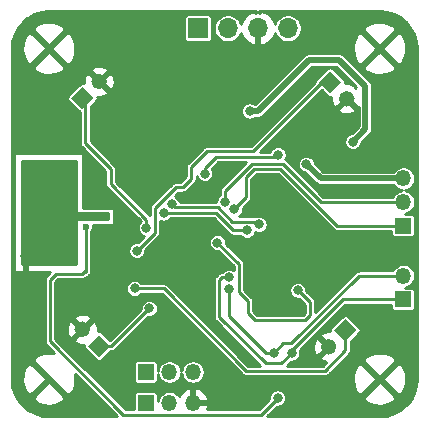
<source format=gbr>
%TF.GenerationSoftware,KiCad,Pcbnew,(5.1.7)-1*%
%TF.CreationDate,2020-10-30T21:16:44-07:00*%
%TF.ProjectId,Drone,44726f6e-652e-46b6-9963-61645f706362,rev?*%
%TF.SameCoordinates,Original*%
%TF.FileFunction,Copper,L2,Bot*%
%TF.FilePolarity,Positive*%
%FSLAX46Y46*%
G04 Gerber Fmt 4.6, Leading zero omitted, Abs format (unit mm)*
G04 Created by KiCad (PCBNEW (5.1.7)-1) date 2020-10-30 21:16:44*
%MOMM*%
%LPD*%
G01*
G04 APERTURE LIST*
%TA.AperFunction,ComponentPad*%
%ADD10O,1.700000X1.700000*%
%TD*%
%TA.AperFunction,ComponentPad*%
%ADD11R,1.700000X1.700000*%
%TD*%
%TA.AperFunction,ComponentPad*%
%ADD12O,1.350000X1.350000*%
%TD*%
%TA.AperFunction,ComponentPad*%
%ADD13R,1.350000X1.350000*%
%TD*%
%TA.AperFunction,ComponentPad*%
%ADD14C,0.100000*%
%TD*%
%TA.AperFunction,ViaPad*%
%ADD15C,0.800000*%
%TD*%
%TA.AperFunction,ViaPad*%
%ADD16C,1.000000*%
%TD*%
%TA.AperFunction,ViaPad*%
%ADD17C,0.600000*%
%TD*%
%TA.AperFunction,Conductor*%
%ADD18C,0.500000*%
%TD*%
%TA.AperFunction,Conductor*%
%ADD19C,0.250000*%
%TD*%
%TA.AperFunction,Conductor*%
%ADD20C,0.254000*%
%TD*%
%TA.AperFunction,Conductor*%
%ADD21C,0.100000*%
%TD*%
G04 APERTURE END LIST*
D10*
%TO.P,J1,2*%
%TO.N,SWDIO*%
X87640000Y-60800000D03*
D11*
%TO.P,J1,1*%
%TO.N,SWCLK*%
X85100000Y-60800000D03*
D10*
%TO.P,J1,3*%
%TO.N,GND*%
X90180000Y-60800000D03*
%TO.P,J1,4*%
%TO.N,+5V*%
X92720000Y-60800000D03*
%TD*%
D12*
%TO.P,J5,2*%
%TO.N,GYRO_AUX_SCL*%
X102500000Y-81750000D03*
D13*
%TO.P,J5,1*%
%TO.N,GYRO_AUX_SDA*%
X102500000Y-83750000D03*
%TD*%
D12*
%TO.P,J2,2*%
%TO.N,RX1*%
X102500000Y-75500000D03*
D13*
%TO.P,J2,1*%
%TO.N,TX1*%
X102500000Y-77500000D03*
D12*
%TO.P,J2,3*%
%TO.N,4V5*%
X102500000Y-73500000D03*
%TD*%
%TO.P,J4,2*%
%TO.N,RX2*%
X82700000Y-92500000D03*
D13*
%TO.P,J4,1*%
%TO.N,TX2*%
X80700000Y-92500000D03*
D12*
%TO.P,J4,3*%
%TO.N,GND*%
X84700000Y-92500000D03*
%TD*%
%TO.P,J3,2*%
%TO.N,RX3*%
X82700000Y-89900000D03*
D13*
%TO.P,J3,1*%
%TO.N,TX3*%
X80700000Y-89900000D03*
D12*
%TO.P,J3,3*%
%TO.N,+3.3VA*%
X84700000Y-89900000D03*
%TD*%
%TO.P,S4,2*%
%TO.N,GND*%
%TA.AperFunction,ComponentPad*%
G36*
G01*
X75813083Y-85808489D02*
X75813083Y-85808489D01*
G75*
G02*
X75813083Y-86763083I-477297J-477297D01*
G01*
X75813083Y-86763083D01*
G75*
G02*
X74858489Y-86763083I-477297J477297D01*
G01*
X74858489Y-86763083D01*
G75*
G02*
X74858489Y-85808489I477297J477297D01*
G01*
X74858489Y-85808489D01*
G75*
G02*
X75813083Y-85808489I477297J-477297D01*
G01*
G37*
%TD.AperFunction*%
%TA.AperFunction,ComponentPad*%
D14*
%TO.P,S4,1*%
%TO.N,MOTOR4_Signal*%
G36*
X76750000Y-86745406D02*
G01*
X77704594Y-87700000D01*
X76750000Y-88654594D01*
X75795406Y-87700000D01*
X76750000Y-86745406D01*
G37*
%TD.AperFunction*%
%TD*%
%TO.P,S3,2*%
%TO.N,GND*%
%TA.AperFunction,ComponentPad*%
G36*
G01*
X77227297Y-65777297D02*
X77227297Y-65777297D01*
G75*
G02*
X76272703Y-65777297I-477297J477297D01*
G01*
X76272703Y-65777297D01*
G75*
G02*
X76272703Y-64822703I477297J477297D01*
G01*
X76272703Y-64822703D01*
G75*
G02*
X77227297Y-64822703I477297J-477297D01*
G01*
X77227297Y-64822703D01*
G75*
G02*
X77227297Y-65777297I-477297J-477297D01*
G01*
G37*
%TD.AperFunction*%
%TA.AperFunction,ComponentPad*%
%TO.P,S3,1*%
%TO.N,MOTOR3_Signal*%
G36*
X76290380Y-66714214D02*
G01*
X75335786Y-67668808D01*
X74381192Y-66714214D01*
X75335786Y-65759620D01*
X76290380Y-66714214D01*
G37*
%TD.AperFunction*%
%TD*%
%TO.P,S2,2*%
%TO.N,GND*%
%TA.AperFunction,ComponentPad*%
G36*
G01*
X97236917Y-67241511D02*
X97236917Y-67241511D01*
G75*
G02*
X97236917Y-66286917I477297J477297D01*
G01*
X97236917Y-66286917D01*
G75*
G02*
X98191511Y-66286917I477297J-477297D01*
G01*
X98191511Y-66286917D01*
G75*
G02*
X98191511Y-67241511I-477297J-477297D01*
G01*
X98191511Y-67241511D01*
G75*
G02*
X97236917Y-67241511I-477297J477297D01*
G01*
G37*
%TD.AperFunction*%
%TA.AperFunction,ComponentPad*%
%TO.P,S2,1*%
%TO.N,MOTOR2_Signal*%
G36*
X96300000Y-66304594D02*
G01*
X95345406Y-65350000D01*
X96300000Y-64395406D01*
X97254594Y-65350000D01*
X96300000Y-66304594D01*
G37*
%TD.AperFunction*%
%TD*%
%TO.P,S1,2*%
%TO.N,GND*%
%TA.AperFunction,ComponentPad*%
G36*
G01*
X95708489Y-87286917D02*
X95708489Y-87286917D01*
G75*
G02*
X96663083Y-87286917I477297J-477297D01*
G01*
X96663083Y-87286917D01*
G75*
G02*
X96663083Y-88241511I-477297J-477297D01*
G01*
X96663083Y-88241511D01*
G75*
G02*
X95708489Y-88241511I-477297J477297D01*
G01*
X95708489Y-88241511D01*
G75*
G02*
X95708489Y-87286917I477297J477297D01*
G01*
G37*
%TD.AperFunction*%
%TA.AperFunction,ComponentPad*%
%TO.P,S1,1*%
%TO.N,MOTOR1_Signal*%
G36*
X96645406Y-86350000D02*
G01*
X97600000Y-85395406D01*
X98554594Y-86350000D01*
X97600000Y-87304594D01*
X96645406Y-86350000D01*
G37*
%TD.AperFunction*%
%TD*%
D15*
%TO.N,GND*%
X94800000Y-80100000D03*
X87700000Y-92400000D03*
X78000000Y-69300000D03*
%TO.N,+3.3VA*%
X89500000Y-67800000D03*
X98237500Y-70400000D03*
X85700000Y-73100000D03*
X91900000Y-71500000D03*
D16*
%TO.N,GND*%
X74400000Y-72700000D03*
X70600000Y-80100000D03*
D15*
X79348667Y-74573361D03*
X83675000Y-75075000D03*
X85000000Y-83662500D03*
X78500000Y-76700000D03*
X89500000Y-69525000D03*
X89200000Y-79100000D03*
X90212500Y-84475000D03*
X93687500Y-84475000D03*
X81100000Y-87800000D03*
%TO.N,4V5*%
X94300000Y-72300000D03*
D17*
%TO.N,NRST*%
X75600000Y-77600000D03*
D15*
%TO.N,RX1*%
X87400000Y-75500000D03*
%TO.N,TX1*%
X88200000Y-76100000D03*
%TO.N,GYRO_AUX_SDA*%
X93075000Y-88287500D03*
X87730640Y-81878254D03*
%TO.N,GYRO_AUX_SCL*%
X91529999Y-88297501D03*
X87725000Y-82900000D03*
%TO.N,MOTOR1_Signal*%
X79750000Y-82825000D03*
%TO.N,MOTOR2_Signal*%
X79950000Y-79625000D03*
%TO.N,MOTOR3_Signal*%
X80750000Y-77700000D03*
%TO.N,MOTOR4_Signal*%
X81000000Y-84500000D03*
%TO.N,SCL1*%
X82887494Y-75691309D03*
X90300000Y-77400000D03*
%TO.N,SDA1*%
X89275000Y-77900000D03*
X82217315Y-76433511D03*
%TO.N,NRST*%
X91875000Y-92100000D03*
%TO.N,GYRO_INT*%
X93575000Y-82975000D03*
X86775000Y-78950000D03*
%TD*%
D18*
%TO.N,+3.3VA*%
X89500000Y-67800000D02*
X90200000Y-67800000D01*
X94515999Y-63484001D02*
X97084001Y-63484001D01*
X90200000Y-67800000D02*
X94515999Y-63484001D01*
X97084001Y-63484001D02*
X99300000Y-65700000D01*
X99300000Y-69337500D02*
X98237500Y-70400000D01*
X99300000Y-65700000D02*
X99300000Y-69337500D01*
D19*
X85700000Y-72625000D02*
X86625000Y-71700000D01*
X85700000Y-73100000D02*
X85700000Y-72625000D01*
X91700000Y-71700000D02*
X91900000Y-71500000D01*
X86625000Y-71700000D02*
X91700000Y-71700000D01*
D18*
%TO.N,GND*%
X70600000Y-80100000D02*
X70600000Y-81500000D01*
%TO.N,4V5*%
X95500000Y-73500000D02*
X102500000Y-73500000D01*
X94300000Y-72300000D02*
X95500000Y-73500000D01*
D19*
%TO.N,RX1*%
X89713599Y-72249991D02*
X92286401Y-72249991D01*
X87400000Y-74563590D02*
X89713599Y-72249991D01*
X87400000Y-75500000D02*
X87400000Y-74563590D01*
X95536410Y-75500000D02*
X102500000Y-75500000D01*
X92286401Y-72249991D02*
X95536410Y-75500000D01*
%TO.N,TX1*%
X89200000Y-75100000D02*
X88200000Y-76100000D01*
X89200000Y-73400000D02*
X89200000Y-75100000D01*
X89900000Y-72700000D02*
X89200000Y-73400000D01*
X92100000Y-72700000D02*
X89900000Y-72700000D01*
X96900000Y-77500000D02*
X92100000Y-72700000D01*
X102500000Y-77500000D02*
X96900000Y-77500000D01*
%TO.N,GYRO_AUX_SDA*%
X93075000Y-88287500D02*
X93112500Y-88287500D01*
X97761410Y-83750000D02*
X102500000Y-83750000D01*
X93075000Y-88287500D02*
X93075000Y-88061410D01*
X97386410Y-83750000D02*
X97761410Y-83750000D01*
X93075000Y-88061410D02*
X97386410Y-83750000D01*
X92187500Y-89175000D02*
X93075000Y-88287500D01*
X86924999Y-85224999D02*
X90875000Y-89175000D01*
X90875000Y-89175000D02*
X92187500Y-89175000D01*
X87730640Y-81878254D02*
X87121746Y-81878254D01*
X86924999Y-82075001D02*
X86924999Y-85224999D01*
X87121746Y-81878254D02*
X86924999Y-82075001D01*
%TO.N,GYRO_AUX_SCL*%
X90897501Y-88297501D02*
X91529999Y-88297501D01*
X100375000Y-81750000D02*
X102500000Y-81750000D01*
X98750000Y-81750000D02*
X100375000Y-81750000D01*
X93037501Y-87462499D02*
X98750000Y-81750000D01*
X91529999Y-88297501D02*
X91529999Y-88270001D01*
X92337501Y-87462499D02*
X93037501Y-87462499D01*
X91529999Y-88270001D02*
X92337501Y-87462499D01*
X87725000Y-85125000D02*
X87950000Y-85350000D01*
X87725000Y-82900000D02*
X87725000Y-85125000D01*
X87950000Y-85350000D02*
X90897501Y-88297501D01*
%TO.N,MOTOR1_Signal*%
X97600000Y-86350000D02*
X97600000Y-87830002D01*
X97600000Y-87830002D02*
X97600000Y-88075000D01*
X97600000Y-88075000D02*
X95875000Y-89800000D01*
X95875000Y-89800000D02*
X89200000Y-89800000D01*
X82225000Y-82825000D02*
X79750000Y-82825000D01*
X89200000Y-89800000D02*
X82225000Y-82825000D01*
%TO.N,MOTOR2_Signal*%
X81475001Y-78099999D02*
X79950000Y-79625000D01*
X81475001Y-76030800D02*
X81475001Y-78099999D01*
X83825000Y-74250000D02*
X83255801Y-74250000D01*
X84550000Y-72525000D02*
X84550000Y-73525000D01*
X85875000Y-71200000D02*
X84550000Y-72525000D01*
X89800000Y-71200000D02*
X85875000Y-71200000D01*
X84550000Y-73525000D02*
X83825000Y-74250000D01*
X95650000Y-65350000D02*
X89800000Y-71200000D01*
X83255801Y-74250000D02*
X81475001Y-76030800D01*
X96300000Y-65350000D02*
X95650000Y-65350000D01*
%TO.N,MOTOR3_Signal*%
X75339214Y-66714214D02*
X75335786Y-66714214D01*
X75575000Y-66950000D02*
X75339214Y-66714214D01*
X77725000Y-72700000D02*
X75575000Y-70550000D01*
X75575000Y-70550000D02*
X75575000Y-66950000D01*
X77725000Y-73975000D02*
X77725000Y-72700000D01*
X80750000Y-77000000D02*
X77725000Y-73975000D01*
X80750000Y-77700000D02*
X80750000Y-77000000D01*
%TO.N,MOTOR4_Signal*%
X77800000Y-87700000D02*
X81000000Y-84500000D01*
X76750000Y-87700000D02*
X77800000Y-87700000D01*
%TO.N,SCL1*%
X83146185Y-75950000D02*
X82887494Y-75691309D01*
X86786410Y-75950000D02*
X83146185Y-75950000D01*
X88011409Y-77174999D02*
X86786410Y-75950000D01*
X90300000Y-77400000D02*
X90074999Y-77174999D01*
X90074999Y-77174999D02*
X88011409Y-77174999D01*
%TO.N,SDA1*%
X88100000Y-77900000D02*
X89275000Y-77900000D01*
X86633511Y-76433511D02*
X88100000Y-77900000D01*
X82217315Y-76433511D02*
X86633511Y-76433511D01*
%TO.N,NRST*%
X75600000Y-77600000D02*
X75600000Y-81200000D01*
X75600000Y-81200000D02*
X75600000Y-81400000D01*
X72600000Y-87300000D02*
X78800001Y-93500001D01*
X72600000Y-82100000D02*
X72600000Y-87300000D01*
X73100000Y-81600000D02*
X72600000Y-82100000D01*
X75600000Y-81300000D02*
X75300000Y-81600000D01*
X75600000Y-81200000D02*
X75600000Y-81300000D01*
X75300000Y-81600000D02*
X73100000Y-81600000D01*
X90199999Y-93500001D02*
X90200000Y-93500000D01*
X78800001Y-93500001D02*
X90199999Y-93500001D01*
X90474999Y-93500001D02*
X91875000Y-92100000D01*
X90199999Y-93500001D02*
X90474999Y-93500001D01*
%TO.N,GYRO_INT*%
X94600000Y-84000000D02*
X93575000Y-82975000D01*
X94600000Y-85100000D02*
X94600000Y-84000000D01*
X94200000Y-85500000D02*
X94600000Y-85100000D01*
X89950000Y-85500000D02*
X94200000Y-85500000D01*
X89350000Y-84900000D02*
X89950000Y-85500000D01*
X88600000Y-83150000D02*
X89350000Y-83900000D01*
X89350000Y-83900000D02*
X89350000Y-84900000D01*
X88600000Y-80775000D02*
X88600000Y-83150000D01*
X86775000Y-78950000D02*
X88600000Y-80775000D01*
%TD*%
D20*
%TO.N,GND*%
X74773000Y-76300000D02*
X74775440Y-76324776D01*
X74782667Y-76348601D01*
X74794403Y-76370557D01*
X74810197Y-76389803D01*
X74829443Y-76405597D01*
X74851399Y-76417333D01*
X74875224Y-76424560D01*
X74900000Y-76427000D01*
X77473000Y-76427000D01*
X77473000Y-76973000D01*
X74900000Y-76973000D01*
X74875224Y-76975440D01*
X74851399Y-76982667D01*
X74829443Y-76994403D01*
X74810197Y-77010197D01*
X74794403Y-77029443D01*
X74782667Y-77051399D01*
X74775440Y-77075224D01*
X74773000Y-77100000D01*
X74773000Y-80773000D01*
X70227000Y-80773000D01*
X70227000Y-72027000D01*
X74773000Y-72027000D01*
X74773000Y-76300000D01*
%TA.AperFunction,Conductor*%
D21*
G36*
X74773000Y-76300000D02*
G01*
X74775440Y-76324776D01*
X74782667Y-76348601D01*
X74794403Y-76370557D01*
X74810197Y-76389803D01*
X74829443Y-76405597D01*
X74851399Y-76417333D01*
X74875224Y-76424560D01*
X74900000Y-76427000D01*
X77473000Y-76427000D01*
X77473000Y-76973000D01*
X74900000Y-76973000D01*
X74875224Y-76975440D01*
X74851399Y-76982667D01*
X74829443Y-76994403D01*
X74810197Y-77010197D01*
X74794403Y-77029443D01*
X74782667Y-77051399D01*
X74775440Y-77075224D01*
X74773000Y-77100000D01*
X74773000Y-80773000D01*
X70227000Y-80773000D01*
X70227000Y-72027000D01*
X74773000Y-72027000D01*
X74773000Y-76300000D01*
G37*
%TD.AperFunction*%
%TD*%
D20*
%TO.N,GND*%
X90052998Y-59479844D02*
X89823110Y-59358524D01*
X89675901Y-59403175D01*
X89413080Y-59528359D01*
X89179731Y-59702412D01*
X88984822Y-59918645D01*
X88835843Y-60168748D01*
X88751264Y-60407179D01*
X88683044Y-60242481D01*
X88554236Y-60049706D01*
X88390294Y-59885764D01*
X88197519Y-59756956D01*
X87983318Y-59668231D01*
X87755924Y-59623000D01*
X87524076Y-59623000D01*
X87296682Y-59668231D01*
X87082481Y-59756956D01*
X86889706Y-59885764D01*
X86725764Y-60049706D01*
X86596956Y-60242481D01*
X86508231Y-60456682D01*
X86463000Y-60684076D01*
X86463000Y-60915924D01*
X86508231Y-61143318D01*
X86596956Y-61357519D01*
X86725764Y-61550294D01*
X86889706Y-61714236D01*
X87082481Y-61843044D01*
X87296682Y-61931769D01*
X87524076Y-61977000D01*
X87755924Y-61977000D01*
X87983318Y-61931769D01*
X88197519Y-61843044D01*
X88390294Y-61714236D01*
X88554236Y-61550294D01*
X88683044Y-61357519D01*
X88751264Y-61192821D01*
X88835843Y-61431252D01*
X88984822Y-61681355D01*
X89179731Y-61897588D01*
X89413080Y-62071641D01*
X89675901Y-62196825D01*
X89823110Y-62241476D01*
X90053000Y-62120155D01*
X90053000Y-60927000D01*
X90033000Y-60927000D01*
X90033000Y-60673000D01*
X90053000Y-60673000D01*
X90053000Y-60653000D01*
X90307000Y-60653000D01*
X90307000Y-60673000D01*
X90327000Y-60673000D01*
X90327000Y-60927000D01*
X90307000Y-60927000D01*
X90307000Y-62120155D01*
X90536890Y-62241476D01*
X90684099Y-62196825D01*
X90946920Y-62071641D01*
X91180269Y-61897588D01*
X91375178Y-61681355D01*
X91524157Y-61431252D01*
X91608736Y-61192821D01*
X91676956Y-61357519D01*
X91805764Y-61550294D01*
X91969706Y-61714236D01*
X92162481Y-61843044D01*
X92376682Y-61931769D01*
X92604076Y-61977000D01*
X92835924Y-61977000D01*
X93063318Y-61931769D01*
X93277519Y-61843044D01*
X93470294Y-61714236D01*
X93634236Y-61550294D01*
X93763044Y-61357519D01*
X93851769Y-61143318D01*
X93892776Y-60937155D01*
X99116761Y-60937155D01*
X100500000Y-62320395D01*
X101883239Y-60937155D01*
X101715198Y-60611357D01*
X101323393Y-60410574D01*
X100899945Y-60290086D01*
X100461127Y-60254524D01*
X100023803Y-60305254D01*
X99604779Y-60440326D01*
X99284802Y-60611357D01*
X99116761Y-60937155D01*
X93892776Y-60937155D01*
X93897000Y-60915924D01*
X93897000Y-60684076D01*
X93851769Y-60456682D01*
X93763044Y-60242481D01*
X93634236Y-60049706D01*
X93470294Y-59885764D01*
X93277519Y-59756956D01*
X93063318Y-59668231D01*
X92835924Y-59623000D01*
X92604076Y-59623000D01*
X92376682Y-59668231D01*
X92162481Y-59756956D01*
X91969706Y-59885764D01*
X91805764Y-60049706D01*
X91676956Y-60242481D01*
X91608736Y-60407179D01*
X91524157Y-60168748D01*
X91375178Y-59918645D01*
X91180269Y-59702412D01*
X90946920Y-59528359D01*
X90684099Y-59403175D01*
X90536890Y-59358524D01*
X90307002Y-59479844D01*
X90307002Y-59352000D01*
X100482785Y-59352000D01*
X101111124Y-59413609D01*
X101698966Y-59591089D01*
X102241139Y-59879368D01*
X102717000Y-60267469D01*
X103108412Y-60740606D01*
X103400469Y-61280754D01*
X103582049Y-61867344D01*
X103647979Y-62494626D01*
X103648000Y-62500649D01*
X103648001Y-90482775D01*
X103586391Y-91111119D01*
X103408912Y-91698962D01*
X103120632Y-92241139D01*
X102732531Y-92717000D01*
X102259396Y-93108411D01*
X101719246Y-93400469D01*
X101132656Y-93582049D01*
X100505374Y-93647979D01*
X100499350Y-93648000D01*
X90966223Y-93648000D01*
X91789908Y-92824317D01*
X91803397Y-92827000D01*
X91946603Y-92827000D01*
X92087058Y-92799062D01*
X92219364Y-92744259D01*
X92338436Y-92664698D01*
X92439698Y-92563436D01*
X92519259Y-92444364D01*
X92574062Y-92312058D01*
X92602000Y-92171603D01*
X92602000Y-92062845D01*
X99116761Y-92062845D01*
X99284802Y-92388643D01*
X99676607Y-92589426D01*
X100100055Y-92709914D01*
X100538873Y-92745476D01*
X100976197Y-92694746D01*
X101395221Y-92559674D01*
X101715198Y-92388643D01*
X101883239Y-92062845D01*
X100500000Y-90679605D01*
X99116761Y-92062845D01*
X92602000Y-92062845D01*
X92602000Y-92028397D01*
X92574062Y-91887942D01*
X92519259Y-91755636D01*
X92439698Y-91636564D01*
X92338436Y-91535302D01*
X92219364Y-91455741D01*
X92087058Y-91400938D01*
X91946603Y-91373000D01*
X91803397Y-91373000D01*
X91662942Y-91400938D01*
X91530636Y-91455741D01*
X91411564Y-91535302D01*
X91310302Y-91636564D01*
X91230741Y-91755636D01*
X91175938Y-91887942D01*
X91148000Y-92028397D01*
X91148000Y-92171603D01*
X91150683Y-92185092D01*
X90287776Y-93048001D01*
X90222214Y-93048001D01*
X90199999Y-93045813D01*
X90177784Y-93048001D01*
X85887536Y-93048001D01*
X85967915Y-92829401D01*
X85845085Y-92627000D01*
X84827000Y-92627000D01*
X84827000Y-92647000D01*
X84573000Y-92647000D01*
X84573000Y-92627000D01*
X84553000Y-92627000D01*
X84553000Y-92373000D01*
X84573000Y-92373000D01*
X84573000Y-91355776D01*
X84827000Y-91355776D01*
X84827000Y-92373000D01*
X85845085Y-92373000D01*
X85967915Y-92170599D01*
X85879289Y-91929570D01*
X85745344Y-91710463D01*
X85571227Y-91521697D01*
X85363629Y-91370527D01*
X85130528Y-91262762D01*
X85029400Y-91232090D01*
X84827000Y-91355776D01*
X84573000Y-91355776D01*
X84370600Y-91232090D01*
X84269472Y-91262762D01*
X84036371Y-91370527D01*
X83828773Y-91521697D01*
X83654656Y-91710463D01*
X83522257Y-91927042D01*
X83478304Y-91861262D01*
X83338738Y-91721696D01*
X83174625Y-91612039D01*
X82992273Y-91536507D01*
X82798688Y-91498000D01*
X82601312Y-91498000D01*
X82407727Y-91536507D01*
X82225375Y-91612039D01*
X82061262Y-91721696D01*
X81921696Y-91861262D01*
X81812039Y-92025375D01*
X81736507Y-92207727D01*
X81703582Y-92373250D01*
X81703582Y-91825000D01*
X81697268Y-91760897D01*
X81678570Y-91699257D01*
X81648206Y-91642450D01*
X81607343Y-91592657D01*
X81557550Y-91551794D01*
X81500743Y-91521430D01*
X81439103Y-91502732D01*
X81375000Y-91496418D01*
X80025000Y-91496418D01*
X79960897Y-91502732D01*
X79899257Y-91521430D01*
X79842450Y-91551794D01*
X79792657Y-91592657D01*
X79751794Y-91642450D01*
X79721430Y-91699257D01*
X79702732Y-91760897D01*
X79696418Y-91825000D01*
X79696418Y-93048001D01*
X78987225Y-93048001D01*
X75164224Y-89225000D01*
X79696418Y-89225000D01*
X79696418Y-90575000D01*
X79702732Y-90639103D01*
X79721430Y-90700743D01*
X79751794Y-90757550D01*
X79792657Y-90807343D01*
X79842450Y-90848206D01*
X79899257Y-90878570D01*
X79960897Y-90897268D01*
X80025000Y-90903582D01*
X81375000Y-90903582D01*
X81439103Y-90897268D01*
X81500743Y-90878570D01*
X81557550Y-90848206D01*
X81607343Y-90807343D01*
X81648206Y-90757550D01*
X81678570Y-90700743D01*
X81697268Y-90639103D01*
X81703582Y-90575000D01*
X81703582Y-90026750D01*
X81736507Y-90192273D01*
X81812039Y-90374625D01*
X81921696Y-90538738D01*
X82061262Y-90678304D01*
X82225375Y-90787961D01*
X82407727Y-90863493D01*
X82601312Y-90902000D01*
X82798688Y-90902000D01*
X82992273Y-90863493D01*
X83174625Y-90787961D01*
X83338738Y-90678304D01*
X83478304Y-90538738D01*
X83587961Y-90374625D01*
X83663493Y-90192273D01*
X83700000Y-90008743D01*
X83736507Y-90192273D01*
X83812039Y-90374625D01*
X83921696Y-90538738D01*
X84061262Y-90678304D01*
X84225375Y-90787961D01*
X84407727Y-90863493D01*
X84601312Y-90902000D01*
X84798688Y-90902000D01*
X84992273Y-90863493D01*
X85174625Y-90787961D01*
X85338738Y-90678304D01*
X85478169Y-90538873D01*
X98254524Y-90538873D01*
X98305254Y-90976197D01*
X98440326Y-91395221D01*
X98611357Y-91715198D01*
X98937155Y-91883239D01*
X100320395Y-90500000D01*
X100679605Y-90500000D01*
X102062845Y-91883239D01*
X102388643Y-91715198D01*
X102589426Y-91323393D01*
X102709914Y-90899945D01*
X102745476Y-90461127D01*
X102694746Y-90023803D01*
X102559674Y-89604779D01*
X102388643Y-89284802D01*
X102062845Y-89116761D01*
X100679605Y-90500000D01*
X100320395Y-90500000D01*
X98937155Y-89116761D01*
X98611357Y-89284802D01*
X98410574Y-89676607D01*
X98290086Y-90100055D01*
X98254524Y-90538873D01*
X85478169Y-90538873D01*
X85478304Y-90538738D01*
X85587961Y-90374625D01*
X85663493Y-90192273D01*
X85702000Y-89998688D01*
X85702000Y-89801312D01*
X85663493Y-89607727D01*
X85587961Y-89425375D01*
X85478304Y-89261262D01*
X85338738Y-89121696D01*
X85174625Y-89012039D01*
X84992273Y-88936507D01*
X84798688Y-88898000D01*
X84601312Y-88898000D01*
X84407727Y-88936507D01*
X84225375Y-89012039D01*
X84061262Y-89121696D01*
X83921696Y-89261262D01*
X83812039Y-89425375D01*
X83736507Y-89607727D01*
X83700000Y-89791257D01*
X83663493Y-89607727D01*
X83587961Y-89425375D01*
X83478304Y-89261262D01*
X83338738Y-89121696D01*
X83174625Y-89012039D01*
X82992273Y-88936507D01*
X82798688Y-88898000D01*
X82601312Y-88898000D01*
X82407727Y-88936507D01*
X82225375Y-89012039D01*
X82061262Y-89121696D01*
X81921696Y-89261262D01*
X81812039Y-89425375D01*
X81736507Y-89607727D01*
X81703582Y-89773250D01*
X81703582Y-89225000D01*
X81697268Y-89160897D01*
X81678570Y-89099257D01*
X81648206Y-89042450D01*
X81607343Y-88992657D01*
X81557550Y-88951794D01*
X81500743Y-88921430D01*
X81439103Y-88902732D01*
X81375000Y-88896418D01*
X80025000Y-88896418D01*
X79960897Y-88902732D01*
X79899257Y-88921430D01*
X79842450Y-88951794D01*
X79792657Y-88992657D01*
X79751794Y-89042450D01*
X79721430Y-89099257D01*
X79702732Y-89160897D01*
X79696418Y-89225000D01*
X75164224Y-89225000D01*
X73123901Y-87184677D01*
X74616500Y-87184677D01*
X74672159Y-87415255D01*
X74765356Y-87465075D01*
X75006385Y-87553701D01*
X75260072Y-87593601D01*
X75488769Y-87584369D01*
X75473138Y-87635897D01*
X75466824Y-87700000D01*
X75473138Y-87764103D01*
X75491836Y-87825743D01*
X75522200Y-87882550D01*
X75563063Y-87932343D01*
X76517657Y-88886937D01*
X76567450Y-88927800D01*
X76624257Y-88958164D01*
X76685897Y-88976862D01*
X76750000Y-88983176D01*
X76814103Y-88976862D01*
X76875743Y-88958164D01*
X76932550Y-88927800D01*
X76982343Y-88886937D01*
X77717280Y-88152000D01*
X77777795Y-88152000D01*
X77800000Y-88154187D01*
X77822205Y-88152000D01*
X77888607Y-88145460D01*
X77973810Y-88119614D01*
X78052333Y-88077643D01*
X78121159Y-88021159D01*
X78135323Y-88003900D01*
X80914908Y-85224317D01*
X80928397Y-85227000D01*
X81071603Y-85227000D01*
X81212058Y-85199062D01*
X81344364Y-85144259D01*
X81463436Y-85064698D01*
X81564698Y-84963436D01*
X81644259Y-84844364D01*
X81699062Y-84712058D01*
X81727000Y-84571603D01*
X81727000Y-84428397D01*
X81699062Y-84287942D01*
X81644259Y-84155636D01*
X81564698Y-84036564D01*
X81463436Y-83935302D01*
X81344364Y-83855741D01*
X81212058Y-83800938D01*
X81071603Y-83773000D01*
X80928397Y-83773000D01*
X80787942Y-83800938D01*
X80655636Y-83855741D01*
X80536564Y-83935302D01*
X80435302Y-84036564D01*
X80355741Y-84155636D01*
X80300938Y-84287942D01*
X80273000Y-84428397D01*
X80273000Y-84571603D01*
X80275683Y-84585092D01*
X77665028Y-87195748D01*
X76982343Y-86513063D01*
X76932550Y-86472200D01*
X76875743Y-86441836D01*
X76814103Y-86423138D01*
X76750000Y-86416824D01*
X76685897Y-86423138D01*
X76634369Y-86438769D01*
X76643601Y-86210072D01*
X76603701Y-85956385D01*
X76515075Y-85715356D01*
X76465255Y-85622159D01*
X76234677Y-85566500D01*
X75515391Y-86285786D01*
X75529534Y-86299929D01*
X75349929Y-86479534D01*
X75335786Y-86465391D01*
X74616500Y-87184677D01*
X73123901Y-87184677D01*
X73052000Y-87112777D01*
X73052000Y-86361500D01*
X74027971Y-86361500D01*
X74067871Y-86615187D01*
X74156497Y-86856216D01*
X74206317Y-86949413D01*
X74436895Y-87005072D01*
X75156181Y-86285786D01*
X74436286Y-85565891D01*
X74206313Y-85622156D01*
X74098548Y-85855258D01*
X74038329Y-86104903D01*
X74027971Y-86361500D01*
X73052000Y-86361500D01*
X73052000Y-85386286D01*
X74615891Y-85386286D01*
X75335786Y-86106181D01*
X76055072Y-85386895D01*
X75999413Y-85156317D01*
X75906216Y-85106497D01*
X75665187Y-85017871D01*
X75411500Y-84977971D01*
X75154903Y-84988329D01*
X74905258Y-85048548D01*
X74672156Y-85156313D01*
X74615891Y-85386286D01*
X73052000Y-85386286D01*
X73052000Y-82753397D01*
X79023000Y-82753397D01*
X79023000Y-82896603D01*
X79050938Y-83037058D01*
X79105741Y-83169364D01*
X79185302Y-83288436D01*
X79286564Y-83389698D01*
X79405636Y-83469259D01*
X79537942Y-83524062D01*
X79678397Y-83552000D01*
X79821603Y-83552000D01*
X79962058Y-83524062D01*
X80094364Y-83469259D01*
X80213436Y-83389698D01*
X80314698Y-83288436D01*
X80322339Y-83277000D01*
X82037777Y-83277000D01*
X88864681Y-90103905D01*
X88878841Y-90121159D01*
X88947667Y-90177643D01*
X89000965Y-90206131D01*
X89026190Y-90219614D01*
X89111392Y-90245460D01*
X89200000Y-90254187D01*
X89222205Y-90252000D01*
X95852795Y-90252000D01*
X95875000Y-90254187D01*
X95897205Y-90252000D01*
X95963607Y-90245460D01*
X96048810Y-90219614D01*
X96127333Y-90177643D01*
X96196159Y-90121159D01*
X96210323Y-90103900D01*
X97377068Y-88937155D01*
X99116761Y-88937155D01*
X100500000Y-90320395D01*
X101883239Y-88937155D01*
X101715198Y-88611357D01*
X101323393Y-88410574D01*
X100899945Y-88290086D01*
X100461127Y-88254524D01*
X100023803Y-88305254D01*
X99604779Y-88440326D01*
X99284802Y-88611357D01*
X99116761Y-88937155D01*
X97377068Y-88937155D01*
X97903910Y-88410314D01*
X97921159Y-88396159D01*
X97977643Y-88327333D01*
X98019614Y-88248810D01*
X98045460Y-88163607D01*
X98046686Y-88151161D01*
X98054187Y-88075001D01*
X98052000Y-88052796D01*
X98052000Y-87317280D01*
X98786937Y-86582343D01*
X98827800Y-86532550D01*
X98858164Y-86475743D01*
X98876862Y-86414103D01*
X98883176Y-86350000D01*
X98876862Y-86285897D01*
X98858164Y-86224257D01*
X98827800Y-86167450D01*
X98786937Y-86117657D01*
X97832343Y-85163063D01*
X97782550Y-85122200D01*
X97725743Y-85091836D01*
X97664103Y-85073138D01*
X97600000Y-85066824D01*
X97535897Y-85073138D01*
X97474257Y-85091836D01*
X97417450Y-85122200D01*
X97367657Y-85163063D01*
X96413063Y-86117657D01*
X96372200Y-86167450D01*
X96341836Y-86224257D01*
X96323138Y-86285897D01*
X96316824Y-86350000D01*
X96323138Y-86414103D01*
X96338769Y-86465631D01*
X96110072Y-86456399D01*
X95856385Y-86496299D01*
X95615356Y-86584925D01*
X95522159Y-86634745D01*
X95466500Y-86865323D01*
X96185786Y-87584609D01*
X96199929Y-87570467D01*
X96379534Y-87750072D01*
X96365391Y-87764214D01*
X96379534Y-87778357D01*
X96199929Y-87957962D01*
X96185786Y-87943819D01*
X95465891Y-88663714D01*
X95522156Y-88893687D01*
X95755258Y-89001452D01*
X95980091Y-89055686D01*
X95687777Y-89348000D01*
X92653723Y-89348000D01*
X92989907Y-89011817D01*
X93003397Y-89014500D01*
X93146603Y-89014500D01*
X93287058Y-88986562D01*
X93419364Y-88931759D01*
X93538436Y-88852198D01*
X93639698Y-88750936D01*
X93719259Y-88631864D01*
X93774062Y-88499558D01*
X93802000Y-88359103D01*
X93802000Y-88215897D01*
X93774062Y-88075442D01*
X93752426Y-88023207D01*
X94087133Y-87688500D01*
X94877971Y-87688500D01*
X94888329Y-87945097D01*
X94948548Y-88194742D01*
X95056313Y-88427844D01*
X95286286Y-88484109D01*
X96006181Y-87764214D01*
X95286895Y-87044928D01*
X95056317Y-87100587D01*
X95006497Y-87193784D01*
X94917871Y-87434813D01*
X94877971Y-87688500D01*
X94087133Y-87688500D01*
X97573635Y-84202000D01*
X101496418Y-84202000D01*
X101496418Y-84425000D01*
X101502732Y-84489103D01*
X101521430Y-84550743D01*
X101551794Y-84607550D01*
X101592657Y-84657343D01*
X101642450Y-84698206D01*
X101699257Y-84728570D01*
X101760897Y-84747268D01*
X101825000Y-84753582D01*
X103175000Y-84753582D01*
X103239103Y-84747268D01*
X103300743Y-84728570D01*
X103357550Y-84698206D01*
X103407343Y-84657343D01*
X103448206Y-84607550D01*
X103478570Y-84550743D01*
X103497268Y-84489103D01*
X103503582Y-84425000D01*
X103503582Y-83075000D01*
X103497268Y-83010897D01*
X103478570Y-82949257D01*
X103448206Y-82892450D01*
X103407343Y-82842657D01*
X103357550Y-82801794D01*
X103300743Y-82771430D01*
X103239103Y-82752732D01*
X103175000Y-82746418D01*
X102626750Y-82746418D01*
X102792273Y-82713493D01*
X102974625Y-82637961D01*
X103138738Y-82528304D01*
X103278304Y-82388738D01*
X103387961Y-82224625D01*
X103463493Y-82042273D01*
X103502000Y-81848688D01*
X103502000Y-81651312D01*
X103463493Y-81457727D01*
X103387961Y-81275375D01*
X103278304Y-81111262D01*
X103138738Y-80971696D01*
X102974625Y-80862039D01*
X102792273Y-80786507D01*
X102598688Y-80748000D01*
X102401312Y-80748000D01*
X102207727Y-80786507D01*
X102025375Y-80862039D01*
X101861262Y-80971696D01*
X101721696Y-81111262D01*
X101612039Y-81275375D01*
X101602668Y-81298000D01*
X98772205Y-81298000D01*
X98750000Y-81295813D01*
X98661392Y-81304540D01*
X98631671Y-81313556D01*
X98576190Y-81330386D01*
X98497667Y-81372357D01*
X98428841Y-81428841D01*
X98414681Y-81446095D01*
X95052000Y-84808777D01*
X95052000Y-84022205D01*
X95054187Y-84000000D01*
X95045460Y-83911392D01*
X95019614Y-83826190D01*
X95006117Y-83800938D01*
X94977643Y-83747667D01*
X94921159Y-83678841D01*
X94903905Y-83664681D01*
X94299317Y-83060093D01*
X94302000Y-83046603D01*
X94302000Y-82903397D01*
X94274062Y-82762942D01*
X94219259Y-82630636D01*
X94139698Y-82511564D01*
X94038436Y-82410302D01*
X93919364Y-82330741D01*
X93787058Y-82275938D01*
X93646603Y-82248000D01*
X93503397Y-82248000D01*
X93362942Y-82275938D01*
X93230636Y-82330741D01*
X93111564Y-82410302D01*
X93010302Y-82511564D01*
X92930741Y-82630636D01*
X92875938Y-82762942D01*
X92848000Y-82903397D01*
X92848000Y-83046603D01*
X92875938Y-83187058D01*
X92930741Y-83319364D01*
X93010302Y-83438436D01*
X93111564Y-83539698D01*
X93230636Y-83619259D01*
X93362942Y-83674062D01*
X93503397Y-83702000D01*
X93646603Y-83702000D01*
X93660093Y-83699317D01*
X94148001Y-84187225D01*
X94148000Y-84912776D01*
X94012776Y-85048000D01*
X90137225Y-85048000D01*
X89802000Y-84712777D01*
X89802000Y-83922204D01*
X89804187Y-83899999D01*
X89795460Y-83811392D01*
X89769614Y-83726190D01*
X89753525Y-83696089D01*
X89727643Y-83647667D01*
X89671159Y-83578841D01*
X89653911Y-83564686D01*
X89052000Y-82962777D01*
X89052000Y-80797205D01*
X89054187Y-80775000D01*
X89045460Y-80686392D01*
X89019614Y-80601190D01*
X88977643Y-80522667D01*
X88921159Y-80453841D01*
X88903906Y-80439682D01*
X87499317Y-79035093D01*
X87502000Y-79021603D01*
X87502000Y-78878397D01*
X87474062Y-78737942D01*
X87419259Y-78605636D01*
X87339698Y-78486564D01*
X87238436Y-78385302D01*
X87119364Y-78305741D01*
X86987058Y-78250938D01*
X86846603Y-78223000D01*
X86703397Y-78223000D01*
X86562942Y-78250938D01*
X86430636Y-78305741D01*
X86311564Y-78385302D01*
X86210302Y-78486564D01*
X86130741Y-78605636D01*
X86075938Y-78737942D01*
X86048000Y-78878397D01*
X86048000Y-79021603D01*
X86075938Y-79162058D01*
X86130741Y-79294364D01*
X86210302Y-79413436D01*
X86311564Y-79514698D01*
X86430636Y-79594259D01*
X86562942Y-79649062D01*
X86703397Y-79677000D01*
X86846603Y-79677000D01*
X86860093Y-79674317D01*
X88148000Y-80962224D01*
X88148000Y-81282769D01*
X88075004Y-81233995D01*
X87942698Y-81179192D01*
X87802243Y-81151254D01*
X87659037Y-81151254D01*
X87518582Y-81179192D01*
X87386276Y-81233995D01*
X87267204Y-81313556D01*
X87165942Y-81414818D01*
X87158301Y-81426254D01*
X87143950Y-81426254D01*
X87121745Y-81424067D01*
X87033138Y-81432794D01*
X87013308Y-81438810D01*
X86947936Y-81458640D01*
X86869413Y-81500611D01*
X86800587Y-81557095D01*
X86786426Y-81574350D01*
X86621099Y-81739678D01*
X86603840Y-81753842D01*
X86547356Y-81822669D01*
X86517645Y-81878255D01*
X86505385Y-81901192D01*
X86479539Y-81986394D01*
X86470812Y-82075001D01*
X86472999Y-82097206D01*
X86473000Y-85202784D01*
X86470812Y-85224999D01*
X86479539Y-85313606D01*
X86505385Y-85398808D01*
X86512112Y-85411393D01*
X86547357Y-85477332D01*
X86603841Y-85546158D01*
X86621095Y-85560318D01*
X90408776Y-89348000D01*
X89387224Y-89348000D01*
X82560323Y-82521100D01*
X82546159Y-82503841D01*
X82477333Y-82447357D01*
X82398810Y-82405386D01*
X82313607Y-82379540D01*
X82247205Y-82373000D01*
X82225000Y-82370813D01*
X82202795Y-82373000D01*
X80322339Y-82373000D01*
X80314698Y-82361564D01*
X80213436Y-82260302D01*
X80094364Y-82180741D01*
X79962058Y-82125938D01*
X79821603Y-82098000D01*
X79678397Y-82098000D01*
X79537942Y-82125938D01*
X79405636Y-82180741D01*
X79286564Y-82260302D01*
X79185302Y-82361564D01*
X79105741Y-82480636D01*
X79050938Y-82612942D01*
X79023000Y-82753397D01*
X73052000Y-82753397D01*
X73052000Y-82287223D01*
X73287224Y-82052000D01*
X75277795Y-82052000D01*
X75300000Y-82054187D01*
X75322205Y-82052000D01*
X75388607Y-82045460D01*
X75473810Y-82019614D01*
X75552333Y-81977643D01*
X75621159Y-81921159D01*
X75635323Y-81903900D01*
X75696008Y-81843215D01*
X75773810Y-81819614D01*
X75852333Y-81777643D01*
X75921159Y-81721159D01*
X75977643Y-81652333D01*
X76019614Y-81573810D01*
X76045460Y-81488607D01*
X76052000Y-81422204D01*
X76052000Y-81322204D01*
X76054187Y-81300001D01*
X76052000Y-81277796D01*
X76052000Y-78034712D01*
X76087023Y-77999689D01*
X76155640Y-77896996D01*
X76202905Y-77782889D01*
X76227000Y-77661754D01*
X76227000Y-77538246D01*
X76204872Y-77427000D01*
X77900000Y-77427000D01*
X77924776Y-77424560D01*
X77948601Y-77417333D01*
X77970557Y-77405597D01*
X77989803Y-77389803D01*
X78005597Y-77370557D01*
X78017333Y-77348601D01*
X78024560Y-77324776D01*
X78027000Y-77300000D01*
X78027000Y-76100000D01*
X78024560Y-76075224D01*
X78017333Y-76051399D01*
X78005597Y-76029443D01*
X77989803Y-76010197D01*
X77970557Y-75994403D01*
X77948601Y-75982667D01*
X77924776Y-75975440D01*
X77900000Y-75973000D01*
X75427000Y-75973000D01*
X75427000Y-71500000D01*
X75424560Y-71475224D01*
X75417333Y-71451399D01*
X75405597Y-71429443D01*
X75389803Y-71410197D01*
X75370557Y-71394403D01*
X75348601Y-71382667D01*
X75324776Y-71375440D01*
X75300000Y-71373000D01*
X69700000Y-71373000D01*
X69675224Y-71375440D01*
X69651399Y-71382667D01*
X69629443Y-71394403D01*
X69610197Y-71410197D01*
X69594403Y-71429443D01*
X69582667Y-71451399D01*
X69575440Y-71475224D01*
X69573000Y-71500000D01*
X69573000Y-81343518D01*
X69575440Y-81368294D01*
X69582667Y-81392119D01*
X69594403Y-81414075D01*
X69610197Y-81433321D01*
X69629443Y-81449115D01*
X69651399Y-81460851D01*
X69675224Y-81468078D01*
X69700000Y-81470518D01*
X72590258Y-81470518D01*
X72296100Y-81764677D01*
X72278841Y-81778841D01*
X72224169Y-81845460D01*
X72222358Y-81847667D01*
X72180386Y-81926191D01*
X72154540Y-82011393D01*
X72145813Y-82100000D01*
X72148000Y-82122205D01*
X72148001Y-87277785D01*
X72145813Y-87300000D01*
X72154540Y-87388607D01*
X72180386Y-87473809D01*
X72180387Y-87473810D01*
X72222358Y-87552333D01*
X72278842Y-87621159D01*
X72296096Y-87635319D01*
X72971113Y-88310336D01*
X72899945Y-88290086D01*
X72461127Y-88254524D01*
X72023803Y-88305254D01*
X71604779Y-88440326D01*
X71284802Y-88611357D01*
X71116761Y-88937155D01*
X72500000Y-90320395D01*
X72514142Y-90306252D01*
X72693748Y-90485858D01*
X72679605Y-90500000D01*
X74062845Y-91883239D01*
X74388643Y-91715198D01*
X74589426Y-91323393D01*
X74709914Y-90899945D01*
X74745476Y-90461127D01*
X74696080Y-90035303D01*
X78308776Y-93648000D01*
X72517215Y-93648000D01*
X71888881Y-93586391D01*
X71301038Y-93408912D01*
X70758861Y-93120632D01*
X70283000Y-92732531D01*
X69891589Y-92259396D01*
X69785315Y-92062845D01*
X71116761Y-92062845D01*
X71284802Y-92388643D01*
X71676607Y-92589426D01*
X72100055Y-92709914D01*
X72538873Y-92745476D01*
X72976197Y-92694746D01*
X73395221Y-92559674D01*
X73715198Y-92388643D01*
X73883239Y-92062845D01*
X72500000Y-90679605D01*
X71116761Y-92062845D01*
X69785315Y-92062845D01*
X69599531Y-91719246D01*
X69417951Y-91132656D01*
X69355542Y-90538873D01*
X70254524Y-90538873D01*
X70305254Y-90976197D01*
X70440326Y-91395221D01*
X70611357Y-91715198D01*
X70937155Y-91883239D01*
X72320395Y-90500000D01*
X70937155Y-89116761D01*
X70611357Y-89284802D01*
X70410574Y-89676607D01*
X70290086Y-90100055D01*
X70254524Y-90538873D01*
X69355542Y-90538873D01*
X69352021Y-90505374D01*
X69352000Y-90499350D01*
X69352000Y-66714214D01*
X74052610Y-66714214D01*
X74058924Y-66778317D01*
X74077622Y-66839957D01*
X74107986Y-66896764D01*
X74148849Y-66946557D01*
X75103443Y-67901151D01*
X75123001Y-67917201D01*
X75123000Y-70527795D01*
X75120813Y-70550000D01*
X75123000Y-70572204D01*
X75129540Y-70638606D01*
X75155386Y-70723809D01*
X75197357Y-70802332D01*
X75253841Y-70871159D01*
X75271100Y-70885323D01*
X77273001Y-72887226D01*
X77273000Y-73952795D01*
X77270813Y-73975000D01*
X77279540Y-74063607D01*
X77283603Y-74077000D01*
X77305386Y-74148809D01*
X77347357Y-74227332D01*
X77403841Y-74296159D01*
X77421100Y-74310323D01*
X80266321Y-77155545D01*
X80185302Y-77236564D01*
X80105741Y-77355636D01*
X80050938Y-77487942D01*
X80023000Y-77628397D01*
X80023000Y-77771603D01*
X80050938Y-77912058D01*
X80105741Y-78044364D01*
X80185302Y-78163436D01*
X80286564Y-78264698D01*
X80405636Y-78344259D01*
X80537074Y-78398702D01*
X80035093Y-78900683D01*
X80021603Y-78898000D01*
X79878397Y-78898000D01*
X79737942Y-78925938D01*
X79605636Y-78980741D01*
X79486564Y-79060302D01*
X79385302Y-79161564D01*
X79305741Y-79280636D01*
X79250938Y-79412942D01*
X79223000Y-79553397D01*
X79223000Y-79696603D01*
X79250938Y-79837058D01*
X79305741Y-79969364D01*
X79385302Y-80088436D01*
X79486564Y-80189698D01*
X79605636Y-80269259D01*
X79737942Y-80324062D01*
X79878397Y-80352000D01*
X80021603Y-80352000D01*
X80162058Y-80324062D01*
X80294364Y-80269259D01*
X80413436Y-80189698D01*
X80514698Y-80088436D01*
X80594259Y-79969364D01*
X80649062Y-79837058D01*
X80677000Y-79696603D01*
X80677000Y-79553397D01*
X80674317Y-79539907D01*
X81778911Y-78435314D01*
X81796160Y-78421158D01*
X81852644Y-78352332D01*
X81894615Y-78273809D01*
X81910586Y-78221159D01*
X81920461Y-78188607D01*
X81929188Y-78100000D01*
X81927001Y-78077795D01*
X81927001Y-77100158D01*
X82005257Y-77132573D01*
X82145712Y-77160511D01*
X82288918Y-77160511D01*
X82429373Y-77132573D01*
X82561679Y-77077770D01*
X82680751Y-76998209D01*
X82782013Y-76896947D01*
X82789654Y-76885511D01*
X86446288Y-76885511D01*
X87764681Y-78203905D01*
X87778841Y-78221159D01*
X87847667Y-78277643D01*
X87926190Y-78319614D01*
X88011392Y-78345460D01*
X88100000Y-78354187D01*
X88122205Y-78352000D01*
X88702661Y-78352000D01*
X88710302Y-78363436D01*
X88811564Y-78464698D01*
X88930636Y-78544259D01*
X89062942Y-78599062D01*
X89203397Y-78627000D01*
X89346603Y-78627000D01*
X89487058Y-78599062D01*
X89619364Y-78544259D01*
X89738436Y-78464698D01*
X89839698Y-78363436D01*
X89919259Y-78244364D01*
X89974062Y-78112058D01*
X89985119Y-78056471D01*
X90087942Y-78099062D01*
X90228397Y-78127000D01*
X90371603Y-78127000D01*
X90512058Y-78099062D01*
X90644364Y-78044259D01*
X90763436Y-77964698D01*
X90864698Y-77863436D01*
X90944259Y-77744364D01*
X90999062Y-77612058D01*
X91027000Y-77471603D01*
X91027000Y-77328397D01*
X90999062Y-77187942D01*
X90944259Y-77055636D01*
X90864698Y-76936564D01*
X90763436Y-76835302D01*
X90644364Y-76755741D01*
X90512058Y-76700938D01*
X90371603Y-76673000D01*
X90228397Y-76673000D01*
X90087942Y-76700938D01*
X90034682Y-76722999D01*
X88576182Y-76722999D01*
X88663436Y-76664698D01*
X88764698Y-76563436D01*
X88844259Y-76444364D01*
X88899062Y-76312058D01*
X88927000Y-76171603D01*
X88927000Y-76028397D01*
X88924317Y-76014907D01*
X89503905Y-75435319D01*
X89521159Y-75421159D01*
X89577643Y-75352333D01*
X89619614Y-75273810D01*
X89639660Y-75207727D01*
X89645460Y-75188608D01*
X89654187Y-75100000D01*
X89652000Y-75077795D01*
X89652000Y-73587223D01*
X90087225Y-73152000D01*
X91912777Y-73152000D01*
X96564686Y-77803911D01*
X96578841Y-77821159D01*
X96647667Y-77877643D01*
X96712054Y-77912058D01*
X96726190Y-77919614D01*
X96811392Y-77945460D01*
X96899999Y-77954187D01*
X96922204Y-77952000D01*
X101496418Y-77952000D01*
X101496418Y-78175000D01*
X101502732Y-78239103D01*
X101521430Y-78300743D01*
X101551794Y-78357550D01*
X101592657Y-78407343D01*
X101642450Y-78448206D01*
X101699257Y-78478570D01*
X101760897Y-78497268D01*
X101825000Y-78503582D01*
X103175000Y-78503582D01*
X103239103Y-78497268D01*
X103300743Y-78478570D01*
X103357550Y-78448206D01*
X103407343Y-78407343D01*
X103448206Y-78357550D01*
X103478570Y-78300743D01*
X103497268Y-78239103D01*
X103503582Y-78175000D01*
X103503582Y-76825000D01*
X103497268Y-76760897D01*
X103478570Y-76699257D01*
X103448206Y-76642450D01*
X103407343Y-76592657D01*
X103357550Y-76551794D01*
X103300743Y-76521430D01*
X103239103Y-76502732D01*
X103175000Y-76496418D01*
X102626750Y-76496418D01*
X102792273Y-76463493D01*
X102974625Y-76387961D01*
X103138738Y-76278304D01*
X103278304Y-76138738D01*
X103387961Y-75974625D01*
X103463493Y-75792273D01*
X103502000Y-75598688D01*
X103502000Y-75401312D01*
X103463493Y-75207727D01*
X103387961Y-75025375D01*
X103278304Y-74861262D01*
X103138738Y-74721696D01*
X102974625Y-74612039D01*
X102792273Y-74536507D01*
X102608743Y-74500000D01*
X102792273Y-74463493D01*
X102974625Y-74387961D01*
X103138738Y-74278304D01*
X103278304Y-74138738D01*
X103387961Y-73974625D01*
X103463493Y-73792273D01*
X103502000Y-73598688D01*
X103502000Y-73401312D01*
X103463493Y-73207727D01*
X103387961Y-73025375D01*
X103278304Y-72861262D01*
X103138738Y-72721696D01*
X102974625Y-72612039D01*
X102792273Y-72536507D01*
X102598688Y-72498000D01*
X102401312Y-72498000D01*
X102207727Y-72536507D01*
X102025375Y-72612039D01*
X101861262Y-72721696D01*
X101721696Y-72861262D01*
X101680444Y-72923000D01*
X95739001Y-72923000D01*
X95022680Y-72206679D01*
X94999062Y-72087942D01*
X94944259Y-71955636D01*
X94864698Y-71836564D01*
X94763436Y-71735302D01*
X94644364Y-71655741D01*
X94512058Y-71600938D01*
X94371603Y-71573000D01*
X94228397Y-71573000D01*
X94087942Y-71600938D01*
X93955636Y-71655741D01*
X93836564Y-71735302D01*
X93735302Y-71836564D01*
X93655741Y-71955636D01*
X93600938Y-72087942D01*
X93573000Y-72228397D01*
X93573000Y-72371603D01*
X93600938Y-72512058D01*
X93655741Y-72644364D01*
X93735302Y-72763436D01*
X93836564Y-72864698D01*
X93955636Y-72944259D01*
X94087942Y-72999062D01*
X94206679Y-73022680D01*
X95071961Y-73887962D01*
X95090026Y-73909974D01*
X95177885Y-73982079D01*
X95278124Y-74035657D01*
X95386888Y-74068650D01*
X95471664Y-74077000D01*
X95471670Y-74077000D01*
X95499999Y-74079790D01*
X95528328Y-74077000D01*
X101680444Y-74077000D01*
X101721696Y-74138738D01*
X101861262Y-74278304D01*
X102025375Y-74387961D01*
X102207727Y-74463493D01*
X102391257Y-74500000D01*
X102207727Y-74536507D01*
X102025375Y-74612039D01*
X101861262Y-74721696D01*
X101721696Y-74861262D01*
X101612039Y-75025375D01*
X101602668Y-75048000D01*
X95723634Y-75048000D01*
X92621724Y-71946091D01*
X92607560Y-71928832D01*
X92538734Y-71872348D01*
X92529027Y-71867160D01*
X92544259Y-71844364D01*
X92599062Y-71712058D01*
X92627000Y-71571603D01*
X92627000Y-71428397D01*
X92599062Y-71287942D01*
X92544259Y-71155636D01*
X92464698Y-71036564D01*
X92363436Y-70935302D01*
X92244364Y-70855741D01*
X92112058Y-70800938D01*
X91971603Y-70773000D01*
X91828397Y-70773000D01*
X91687942Y-70800938D01*
X91555636Y-70855741D01*
X91436564Y-70935302D01*
X91335302Y-71036564D01*
X91255741Y-71155636D01*
X91217483Y-71248000D01*
X90391223Y-71248000D01*
X93976118Y-67663105D01*
X96994928Y-67663105D01*
X97050587Y-67893683D01*
X97143784Y-67943503D01*
X97384813Y-68032129D01*
X97638500Y-68072029D01*
X97895097Y-68061671D01*
X98144742Y-68001452D01*
X98377844Y-67893687D01*
X98434109Y-67663714D01*
X97714214Y-66943819D01*
X96994928Y-67663105D01*
X93976118Y-67663105D01*
X95584972Y-66054252D01*
X96067657Y-66536937D01*
X96117450Y-66577800D01*
X96174257Y-66608164D01*
X96235897Y-66626862D01*
X96300000Y-66633176D01*
X96364103Y-66626862D01*
X96415631Y-66611231D01*
X96406399Y-66839928D01*
X96446299Y-67093615D01*
X96534925Y-67334644D01*
X96584745Y-67427841D01*
X96815323Y-67483500D01*
X97534609Y-66764214D01*
X97520467Y-66750072D01*
X97700072Y-66570467D01*
X97714214Y-66584609D01*
X97728357Y-66570467D01*
X97907962Y-66750072D01*
X97893819Y-66764214D01*
X98613714Y-67484109D01*
X98723000Y-67457371D01*
X98723001Y-69098498D01*
X98144179Y-69677320D01*
X98025442Y-69700938D01*
X97893136Y-69755741D01*
X97774064Y-69835302D01*
X97672802Y-69936564D01*
X97593241Y-70055636D01*
X97538438Y-70187942D01*
X97510500Y-70328397D01*
X97510500Y-70471603D01*
X97538438Y-70612058D01*
X97593241Y-70744364D01*
X97672802Y-70863436D01*
X97774064Y-70964698D01*
X97893136Y-71044259D01*
X98025442Y-71099062D01*
X98165897Y-71127000D01*
X98309103Y-71127000D01*
X98449558Y-71099062D01*
X98581864Y-71044259D01*
X98700936Y-70964698D01*
X98802198Y-70863436D01*
X98881759Y-70744364D01*
X98936562Y-70612058D01*
X98960180Y-70493321D01*
X99687962Y-69765539D01*
X99709974Y-69747474D01*
X99782079Y-69659615D01*
X99835657Y-69559376D01*
X99849204Y-69514718D01*
X99868651Y-69450612D01*
X99879790Y-69337500D01*
X99877000Y-69309169D01*
X99877000Y-65728331D01*
X99879790Y-65700000D01*
X99875252Y-65653912D01*
X99873363Y-65634741D01*
X99868651Y-65586888D01*
X99841170Y-65496299D01*
X99835657Y-65478124D01*
X99782079Y-65377885D01*
X99709974Y-65290026D01*
X99687963Y-65271962D01*
X98478846Y-64062845D01*
X99116761Y-64062845D01*
X99284802Y-64388643D01*
X99676607Y-64589426D01*
X100100055Y-64709914D01*
X100538873Y-64745476D01*
X100976197Y-64694746D01*
X101395221Y-64559674D01*
X101715198Y-64388643D01*
X101883239Y-64062845D01*
X100500000Y-62679605D01*
X99116761Y-64062845D01*
X98478846Y-64062845D01*
X97512040Y-63096039D01*
X97493975Y-63074027D01*
X97406116Y-63001922D01*
X97305877Y-62948344D01*
X97241771Y-62928898D01*
X97197112Y-62915350D01*
X97142046Y-62909927D01*
X97112337Y-62907001D01*
X97112332Y-62907001D01*
X97084001Y-62904211D01*
X97055670Y-62907001D01*
X94544327Y-62907001D01*
X94515998Y-62904211D01*
X94487669Y-62907001D01*
X94487663Y-62907001D01*
X94402887Y-62915351D01*
X94294123Y-62948344D01*
X94193884Y-63001922D01*
X94106025Y-63074027D01*
X94087960Y-63096039D01*
X89960999Y-67223000D01*
X89945025Y-67223000D01*
X89844364Y-67155741D01*
X89712058Y-67100938D01*
X89571603Y-67073000D01*
X89428397Y-67073000D01*
X89287942Y-67100938D01*
X89155636Y-67155741D01*
X89036564Y-67235302D01*
X88935302Y-67336564D01*
X88855741Y-67455636D01*
X88800938Y-67587942D01*
X88773000Y-67728397D01*
X88773000Y-67871603D01*
X88800938Y-68012058D01*
X88855741Y-68144364D01*
X88935302Y-68263436D01*
X89036564Y-68364698D01*
X89155636Y-68444259D01*
X89287942Y-68499062D01*
X89428397Y-68527000D01*
X89571603Y-68527000D01*
X89712058Y-68499062D01*
X89844364Y-68444259D01*
X89945025Y-68377000D01*
X90171669Y-68377000D01*
X90200000Y-68379790D01*
X90228331Y-68377000D01*
X90228336Y-68377000D01*
X90258045Y-68374074D01*
X90313111Y-68368651D01*
X90357770Y-68355103D01*
X90421876Y-68335657D01*
X90522115Y-68282079D01*
X90609974Y-68209974D01*
X90628039Y-68187962D01*
X94755000Y-64061001D01*
X96845000Y-64061001D01*
X98541410Y-65757411D01*
X98433499Y-65865321D01*
X98377841Y-65634745D01*
X98284644Y-65584925D01*
X98043615Y-65496299D01*
X97789928Y-65456399D01*
X97561231Y-65465631D01*
X97576862Y-65414103D01*
X97583176Y-65350000D01*
X97576862Y-65285897D01*
X97558164Y-65224257D01*
X97527800Y-65167450D01*
X97486937Y-65117657D01*
X96532343Y-64163063D01*
X96482550Y-64122200D01*
X96425743Y-64091836D01*
X96364103Y-64073138D01*
X96300000Y-64066824D01*
X96235897Y-64073138D01*
X96174257Y-64091836D01*
X96117450Y-64122200D01*
X96067657Y-64163063D01*
X95113063Y-65117657D01*
X95072200Y-65167450D01*
X95041836Y-65224257D01*
X95023138Y-65285897D01*
X95017485Y-65343290D01*
X89612777Y-70748000D01*
X85897205Y-70748000D01*
X85875000Y-70745813D01*
X85786392Y-70754540D01*
X85725538Y-70773000D01*
X85701190Y-70780386D01*
X85622667Y-70822357D01*
X85553841Y-70878841D01*
X85539681Y-70896095D01*
X84246100Y-72189677D01*
X84228841Y-72203841D01*
X84172357Y-72272668D01*
X84130387Y-72351190D01*
X84130386Y-72351191D01*
X84104540Y-72436393D01*
X84095813Y-72525000D01*
X84098000Y-72547205D01*
X84098001Y-73337775D01*
X83637777Y-73798000D01*
X83278006Y-73798000D01*
X83255801Y-73795813D01*
X83167193Y-73804540D01*
X83109263Y-73822113D01*
X83081991Y-73830386D01*
X83003468Y-73872357D01*
X82934642Y-73928841D01*
X82920482Y-73946095D01*
X81171101Y-75695477D01*
X81153842Y-75709641D01*
X81097358Y-75778468D01*
X81066974Y-75835313D01*
X81055387Y-75856991D01*
X81029541Y-75942193D01*
X81020814Y-76030800D01*
X81023001Y-76053005D01*
X81023001Y-76633777D01*
X78177000Y-73787777D01*
X78177000Y-72722204D01*
X78179187Y-72699999D01*
X78170460Y-72611392D01*
X78144614Y-72526190D01*
X78129546Y-72498000D01*
X78102643Y-72447667D01*
X78046159Y-72378841D01*
X78028911Y-72364686D01*
X76027000Y-70362777D01*
X76027000Y-67442280D01*
X76522723Y-66946557D01*
X76563586Y-66896764D01*
X76593950Y-66839957D01*
X76612648Y-66778317D01*
X76618962Y-66714214D01*
X76612648Y-66650111D01*
X76597017Y-66598583D01*
X76825714Y-66607815D01*
X77079401Y-66567915D01*
X77320430Y-66479289D01*
X77413627Y-66429469D01*
X77469286Y-66198891D01*
X76750000Y-65479605D01*
X76735858Y-65493748D01*
X76556253Y-65314143D01*
X76570395Y-65300000D01*
X76929605Y-65300000D01*
X77648891Y-66019286D01*
X77879469Y-65963627D01*
X77929289Y-65870430D01*
X78017915Y-65629401D01*
X78057815Y-65375714D01*
X78047457Y-65119117D01*
X77987238Y-64869472D01*
X77879473Y-64636370D01*
X77649500Y-64580105D01*
X76929605Y-65300000D01*
X76570395Y-65300000D01*
X75851109Y-64580714D01*
X75620531Y-64636373D01*
X75570711Y-64729570D01*
X75482085Y-64970599D01*
X75442185Y-65224286D01*
X75451417Y-65452983D01*
X75399889Y-65437352D01*
X75335786Y-65431038D01*
X75271683Y-65437352D01*
X75210043Y-65456050D01*
X75153236Y-65486414D01*
X75103443Y-65527277D01*
X74148849Y-66481871D01*
X74107986Y-66531664D01*
X74077622Y-66588471D01*
X74058924Y-66650111D01*
X74052610Y-66714214D01*
X69352000Y-66714214D01*
X69352000Y-64062845D01*
X71116761Y-64062845D01*
X71284802Y-64388643D01*
X71676607Y-64589426D01*
X72100055Y-64709914D01*
X72538873Y-64745476D01*
X72976197Y-64694746D01*
X73395221Y-64559674D01*
X73691875Y-64401109D01*
X76030714Y-64401109D01*
X76750000Y-65120395D01*
X77469895Y-64400500D01*
X77413630Y-64170527D01*
X77180528Y-64062762D01*
X76930883Y-64002543D01*
X76674286Y-63992185D01*
X76420599Y-64032085D01*
X76179570Y-64120711D01*
X76086373Y-64170531D01*
X76030714Y-64401109D01*
X73691875Y-64401109D01*
X73715198Y-64388643D01*
X73883239Y-64062845D01*
X72500000Y-62679605D01*
X71116761Y-64062845D01*
X69352000Y-64062845D01*
X69352000Y-62538873D01*
X70254524Y-62538873D01*
X70305254Y-62976197D01*
X70440326Y-63395221D01*
X70611357Y-63715198D01*
X70937155Y-63883239D01*
X72320395Y-62500000D01*
X72679605Y-62500000D01*
X74062845Y-63883239D01*
X74388643Y-63715198D01*
X74589426Y-63323393D01*
X74709914Y-62899945D01*
X74739175Y-62538873D01*
X98254524Y-62538873D01*
X98305254Y-62976197D01*
X98440326Y-63395221D01*
X98611357Y-63715198D01*
X98937155Y-63883239D01*
X100320395Y-62500000D01*
X100679605Y-62500000D01*
X102062845Y-63883239D01*
X102388643Y-63715198D01*
X102589426Y-63323393D01*
X102709914Y-62899945D01*
X102745476Y-62461127D01*
X102694746Y-62023803D01*
X102559674Y-61604779D01*
X102388643Y-61284802D01*
X102062845Y-61116761D01*
X100679605Y-62500000D01*
X100320395Y-62500000D01*
X98937155Y-61116761D01*
X98611357Y-61284802D01*
X98410574Y-61676607D01*
X98290086Y-62100055D01*
X98254524Y-62538873D01*
X74739175Y-62538873D01*
X74745476Y-62461127D01*
X74694746Y-62023803D01*
X74559674Y-61604779D01*
X74388643Y-61284802D01*
X74062845Y-61116761D01*
X72679605Y-62500000D01*
X72320395Y-62500000D01*
X70937155Y-61116761D01*
X70611357Y-61284802D01*
X70410574Y-61676607D01*
X70290086Y-62100055D01*
X70254524Y-62538873D01*
X69352000Y-62538873D01*
X69352000Y-62517215D01*
X69413609Y-61888876D01*
X69591089Y-61301034D01*
X69784567Y-60937155D01*
X71116761Y-60937155D01*
X72500000Y-62320395D01*
X73883239Y-60937155D01*
X73715198Y-60611357D01*
X73323393Y-60410574D01*
X72899945Y-60290086D01*
X72461127Y-60254524D01*
X72023803Y-60305254D01*
X71604779Y-60440326D01*
X71284802Y-60611357D01*
X71116761Y-60937155D01*
X69784567Y-60937155D01*
X69879368Y-60758861D01*
X70267469Y-60283000D01*
X70669997Y-59950000D01*
X83921418Y-59950000D01*
X83921418Y-61650000D01*
X83927732Y-61714103D01*
X83946430Y-61775743D01*
X83976794Y-61832550D01*
X84017657Y-61882343D01*
X84067450Y-61923206D01*
X84124257Y-61953570D01*
X84185897Y-61972268D01*
X84250000Y-61978582D01*
X85950000Y-61978582D01*
X86014103Y-61972268D01*
X86075743Y-61953570D01*
X86132550Y-61923206D01*
X86182343Y-61882343D01*
X86223206Y-61832550D01*
X86253570Y-61775743D01*
X86272268Y-61714103D01*
X86278582Y-61650000D01*
X86278582Y-59950000D01*
X86272268Y-59885897D01*
X86253570Y-59824257D01*
X86223206Y-59767450D01*
X86182343Y-59717657D01*
X86132550Y-59676794D01*
X86075743Y-59646430D01*
X86014103Y-59627732D01*
X85950000Y-59621418D01*
X84250000Y-59621418D01*
X84185897Y-59627732D01*
X84124257Y-59646430D01*
X84067450Y-59676794D01*
X84017657Y-59717657D01*
X83976794Y-59767450D01*
X83946430Y-59824257D01*
X83927732Y-59885897D01*
X83921418Y-59950000D01*
X70669997Y-59950000D01*
X70740606Y-59891588D01*
X71280754Y-59599531D01*
X71867344Y-59417951D01*
X72494626Y-59352021D01*
X72500649Y-59352000D01*
X90052998Y-59352000D01*
X90052998Y-59479844D01*
%TA.AperFunction,Conductor*%
D21*
G36*
X90052998Y-59479844D02*
G01*
X89823110Y-59358524D01*
X89675901Y-59403175D01*
X89413080Y-59528359D01*
X89179731Y-59702412D01*
X88984822Y-59918645D01*
X88835843Y-60168748D01*
X88751264Y-60407179D01*
X88683044Y-60242481D01*
X88554236Y-60049706D01*
X88390294Y-59885764D01*
X88197519Y-59756956D01*
X87983318Y-59668231D01*
X87755924Y-59623000D01*
X87524076Y-59623000D01*
X87296682Y-59668231D01*
X87082481Y-59756956D01*
X86889706Y-59885764D01*
X86725764Y-60049706D01*
X86596956Y-60242481D01*
X86508231Y-60456682D01*
X86463000Y-60684076D01*
X86463000Y-60915924D01*
X86508231Y-61143318D01*
X86596956Y-61357519D01*
X86725764Y-61550294D01*
X86889706Y-61714236D01*
X87082481Y-61843044D01*
X87296682Y-61931769D01*
X87524076Y-61977000D01*
X87755924Y-61977000D01*
X87983318Y-61931769D01*
X88197519Y-61843044D01*
X88390294Y-61714236D01*
X88554236Y-61550294D01*
X88683044Y-61357519D01*
X88751264Y-61192821D01*
X88835843Y-61431252D01*
X88984822Y-61681355D01*
X89179731Y-61897588D01*
X89413080Y-62071641D01*
X89675901Y-62196825D01*
X89823110Y-62241476D01*
X90053000Y-62120155D01*
X90053000Y-60927000D01*
X90033000Y-60927000D01*
X90033000Y-60673000D01*
X90053000Y-60673000D01*
X90053000Y-60653000D01*
X90307000Y-60653000D01*
X90307000Y-60673000D01*
X90327000Y-60673000D01*
X90327000Y-60927000D01*
X90307000Y-60927000D01*
X90307000Y-62120155D01*
X90536890Y-62241476D01*
X90684099Y-62196825D01*
X90946920Y-62071641D01*
X91180269Y-61897588D01*
X91375178Y-61681355D01*
X91524157Y-61431252D01*
X91608736Y-61192821D01*
X91676956Y-61357519D01*
X91805764Y-61550294D01*
X91969706Y-61714236D01*
X92162481Y-61843044D01*
X92376682Y-61931769D01*
X92604076Y-61977000D01*
X92835924Y-61977000D01*
X93063318Y-61931769D01*
X93277519Y-61843044D01*
X93470294Y-61714236D01*
X93634236Y-61550294D01*
X93763044Y-61357519D01*
X93851769Y-61143318D01*
X93892776Y-60937155D01*
X99116761Y-60937155D01*
X100500000Y-62320395D01*
X101883239Y-60937155D01*
X101715198Y-60611357D01*
X101323393Y-60410574D01*
X100899945Y-60290086D01*
X100461127Y-60254524D01*
X100023803Y-60305254D01*
X99604779Y-60440326D01*
X99284802Y-60611357D01*
X99116761Y-60937155D01*
X93892776Y-60937155D01*
X93897000Y-60915924D01*
X93897000Y-60684076D01*
X93851769Y-60456682D01*
X93763044Y-60242481D01*
X93634236Y-60049706D01*
X93470294Y-59885764D01*
X93277519Y-59756956D01*
X93063318Y-59668231D01*
X92835924Y-59623000D01*
X92604076Y-59623000D01*
X92376682Y-59668231D01*
X92162481Y-59756956D01*
X91969706Y-59885764D01*
X91805764Y-60049706D01*
X91676956Y-60242481D01*
X91608736Y-60407179D01*
X91524157Y-60168748D01*
X91375178Y-59918645D01*
X91180269Y-59702412D01*
X90946920Y-59528359D01*
X90684099Y-59403175D01*
X90536890Y-59358524D01*
X90307002Y-59479844D01*
X90307002Y-59352000D01*
X100482785Y-59352000D01*
X101111124Y-59413609D01*
X101698966Y-59591089D01*
X102241139Y-59879368D01*
X102717000Y-60267469D01*
X103108412Y-60740606D01*
X103400469Y-61280754D01*
X103582049Y-61867344D01*
X103647979Y-62494626D01*
X103648000Y-62500649D01*
X103648001Y-90482775D01*
X103586391Y-91111119D01*
X103408912Y-91698962D01*
X103120632Y-92241139D01*
X102732531Y-92717000D01*
X102259396Y-93108411D01*
X101719246Y-93400469D01*
X101132656Y-93582049D01*
X100505374Y-93647979D01*
X100499350Y-93648000D01*
X90966223Y-93648000D01*
X91789908Y-92824317D01*
X91803397Y-92827000D01*
X91946603Y-92827000D01*
X92087058Y-92799062D01*
X92219364Y-92744259D01*
X92338436Y-92664698D01*
X92439698Y-92563436D01*
X92519259Y-92444364D01*
X92574062Y-92312058D01*
X92602000Y-92171603D01*
X92602000Y-92062845D01*
X99116761Y-92062845D01*
X99284802Y-92388643D01*
X99676607Y-92589426D01*
X100100055Y-92709914D01*
X100538873Y-92745476D01*
X100976197Y-92694746D01*
X101395221Y-92559674D01*
X101715198Y-92388643D01*
X101883239Y-92062845D01*
X100500000Y-90679605D01*
X99116761Y-92062845D01*
X92602000Y-92062845D01*
X92602000Y-92028397D01*
X92574062Y-91887942D01*
X92519259Y-91755636D01*
X92439698Y-91636564D01*
X92338436Y-91535302D01*
X92219364Y-91455741D01*
X92087058Y-91400938D01*
X91946603Y-91373000D01*
X91803397Y-91373000D01*
X91662942Y-91400938D01*
X91530636Y-91455741D01*
X91411564Y-91535302D01*
X91310302Y-91636564D01*
X91230741Y-91755636D01*
X91175938Y-91887942D01*
X91148000Y-92028397D01*
X91148000Y-92171603D01*
X91150683Y-92185092D01*
X90287776Y-93048001D01*
X90222214Y-93048001D01*
X90199999Y-93045813D01*
X90177784Y-93048001D01*
X85887536Y-93048001D01*
X85967915Y-92829401D01*
X85845085Y-92627000D01*
X84827000Y-92627000D01*
X84827000Y-92647000D01*
X84573000Y-92647000D01*
X84573000Y-92627000D01*
X84553000Y-92627000D01*
X84553000Y-92373000D01*
X84573000Y-92373000D01*
X84573000Y-91355776D01*
X84827000Y-91355776D01*
X84827000Y-92373000D01*
X85845085Y-92373000D01*
X85967915Y-92170599D01*
X85879289Y-91929570D01*
X85745344Y-91710463D01*
X85571227Y-91521697D01*
X85363629Y-91370527D01*
X85130528Y-91262762D01*
X85029400Y-91232090D01*
X84827000Y-91355776D01*
X84573000Y-91355776D01*
X84370600Y-91232090D01*
X84269472Y-91262762D01*
X84036371Y-91370527D01*
X83828773Y-91521697D01*
X83654656Y-91710463D01*
X83522257Y-91927042D01*
X83478304Y-91861262D01*
X83338738Y-91721696D01*
X83174625Y-91612039D01*
X82992273Y-91536507D01*
X82798688Y-91498000D01*
X82601312Y-91498000D01*
X82407727Y-91536507D01*
X82225375Y-91612039D01*
X82061262Y-91721696D01*
X81921696Y-91861262D01*
X81812039Y-92025375D01*
X81736507Y-92207727D01*
X81703582Y-92373250D01*
X81703582Y-91825000D01*
X81697268Y-91760897D01*
X81678570Y-91699257D01*
X81648206Y-91642450D01*
X81607343Y-91592657D01*
X81557550Y-91551794D01*
X81500743Y-91521430D01*
X81439103Y-91502732D01*
X81375000Y-91496418D01*
X80025000Y-91496418D01*
X79960897Y-91502732D01*
X79899257Y-91521430D01*
X79842450Y-91551794D01*
X79792657Y-91592657D01*
X79751794Y-91642450D01*
X79721430Y-91699257D01*
X79702732Y-91760897D01*
X79696418Y-91825000D01*
X79696418Y-93048001D01*
X78987225Y-93048001D01*
X75164224Y-89225000D01*
X79696418Y-89225000D01*
X79696418Y-90575000D01*
X79702732Y-90639103D01*
X79721430Y-90700743D01*
X79751794Y-90757550D01*
X79792657Y-90807343D01*
X79842450Y-90848206D01*
X79899257Y-90878570D01*
X79960897Y-90897268D01*
X80025000Y-90903582D01*
X81375000Y-90903582D01*
X81439103Y-90897268D01*
X81500743Y-90878570D01*
X81557550Y-90848206D01*
X81607343Y-90807343D01*
X81648206Y-90757550D01*
X81678570Y-90700743D01*
X81697268Y-90639103D01*
X81703582Y-90575000D01*
X81703582Y-90026750D01*
X81736507Y-90192273D01*
X81812039Y-90374625D01*
X81921696Y-90538738D01*
X82061262Y-90678304D01*
X82225375Y-90787961D01*
X82407727Y-90863493D01*
X82601312Y-90902000D01*
X82798688Y-90902000D01*
X82992273Y-90863493D01*
X83174625Y-90787961D01*
X83338738Y-90678304D01*
X83478304Y-90538738D01*
X83587961Y-90374625D01*
X83663493Y-90192273D01*
X83700000Y-90008743D01*
X83736507Y-90192273D01*
X83812039Y-90374625D01*
X83921696Y-90538738D01*
X84061262Y-90678304D01*
X84225375Y-90787961D01*
X84407727Y-90863493D01*
X84601312Y-90902000D01*
X84798688Y-90902000D01*
X84992273Y-90863493D01*
X85174625Y-90787961D01*
X85338738Y-90678304D01*
X85478169Y-90538873D01*
X98254524Y-90538873D01*
X98305254Y-90976197D01*
X98440326Y-91395221D01*
X98611357Y-91715198D01*
X98937155Y-91883239D01*
X100320395Y-90500000D01*
X100679605Y-90500000D01*
X102062845Y-91883239D01*
X102388643Y-91715198D01*
X102589426Y-91323393D01*
X102709914Y-90899945D01*
X102745476Y-90461127D01*
X102694746Y-90023803D01*
X102559674Y-89604779D01*
X102388643Y-89284802D01*
X102062845Y-89116761D01*
X100679605Y-90500000D01*
X100320395Y-90500000D01*
X98937155Y-89116761D01*
X98611357Y-89284802D01*
X98410574Y-89676607D01*
X98290086Y-90100055D01*
X98254524Y-90538873D01*
X85478169Y-90538873D01*
X85478304Y-90538738D01*
X85587961Y-90374625D01*
X85663493Y-90192273D01*
X85702000Y-89998688D01*
X85702000Y-89801312D01*
X85663493Y-89607727D01*
X85587961Y-89425375D01*
X85478304Y-89261262D01*
X85338738Y-89121696D01*
X85174625Y-89012039D01*
X84992273Y-88936507D01*
X84798688Y-88898000D01*
X84601312Y-88898000D01*
X84407727Y-88936507D01*
X84225375Y-89012039D01*
X84061262Y-89121696D01*
X83921696Y-89261262D01*
X83812039Y-89425375D01*
X83736507Y-89607727D01*
X83700000Y-89791257D01*
X83663493Y-89607727D01*
X83587961Y-89425375D01*
X83478304Y-89261262D01*
X83338738Y-89121696D01*
X83174625Y-89012039D01*
X82992273Y-88936507D01*
X82798688Y-88898000D01*
X82601312Y-88898000D01*
X82407727Y-88936507D01*
X82225375Y-89012039D01*
X82061262Y-89121696D01*
X81921696Y-89261262D01*
X81812039Y-89425375D01*
X81736507Y-89607727D01*
X81703582Y-89773250D01*
X81703582Y-89225000D01*
X81697268Y-89160897D01*
X81678570Y-89099257D01*
X81648206Y-89042450D01*
X81607343Y-88992657D01*
X81557550Y-88951794D01*
X81500743Y-88921430D01*
X81439103Y-88902732D01*
X81375000Y-88896418D01*
X80025000Y-88896418D01*
X79960897Y-88902732D01*
X79899257Y-88921430D01*
X79842450Y-88951794D01*
X79792657Y-88992657D01*
X79751794Y-89042450D01*
X79721430Y-89099257D01*
X79702732Y-89160897D01*
X79696418Y-89225000D01*
X75164224Y-89225000D01*
X73123901Y-87184677D01*
X74616500Y-87184677D01*
X74672159Y-87415255D01*
X74765356Y-87465075D01*
X75006385Y-87553701D01*
X75260072Y-87593601D01*
X75488769Y-87584369D01*
X75473138Y-87635897D01*
X75466824Y-87700000D01*
X75473138Y-87764103D01*
X75491836Y-87825743D01*
X75522200Y-87882550D01*
X75563063Y-87932343D01*
X76517657Y-88886937D01*
X76567450Y-88927800D01*
X76624257Y-88958164D01*
X76685897Y-88976862D01*
X76750000Y-88983176D01*
X76814103Y-88976862D01*
X76875743Y-88958164D01*
X76932550Y-88927800D01*
X76982343Y-88886937D01*
X77717280Y-88152000D01*
X77777795Y-88152000D01*
X77800000Y-88154187D01*
X77822205Y-88152000D01*
X77888607Y-88145460D01*
X77973810Y-88119614D01*
X78052333Y-88077643D01*
X78121159Y-88021159D01*
X78135323Y-88003900D01*
X80914908Y-85224317D01*
X80928397Y-85227000D01*
X81071603Y-85227000D01*
X81212058Y-85199062D01*
X81344364Y-85144259D01*
X81463436Y-85064698D01*
X81564698Y-84963436D01*
X81644259Y-84844364D01*
X81699062Y-84712058D01*
X81727000Y-84571603D01*
X81727000Y-84428397D01*
X81699062Y-84287942D01*
X81644259Y-84155636D01*
X81564698Y-84036564D01*
X81463436Y-83935302D01*
X81344364Y-83855741D01*
X81212058Y-83800938D01*
X81071603Y-83773000D01*
X80928397Y-83773000D01*
X80787942Y-83800938D01*
X80655636Y-83855741D01*
X80536564Y-83935302D01*
X80435302Y-84036564D01*
X80355741Y-84155636D01*
X80300938Y-84287942D01*
X80273000Y-84428397D01*
X80273000Y-84571603D01*
X80275683Y-84585092D01*
X77665028Y-87195748D01*
X76982343Y-86513063D01*
X76932550Y-86472200D01*
X76875743Y-86441836D01*
X76814103Y-86423138D01*
X76750000Y-86416824D01*
X76685897Y-86423138D01*
X76634369Y-86438769D01*
X76643601Y-86210072D01*
X76603701Y-85956385D01*
X76515075Y-85715356D01*
X76465255Y-85622159D01*
X76234677Y-85566500D01*
X75515391Y-86285786D01*
X75529534Y-86299929D01*
X75349929Y-86479534D01*
X75335786Y-86465391D01*
X74616500Y-87184677D01*
X73123901Y-87184677D01*
X73052000Y-87112777D01*
X73052000Y-86361500D01*
X74027971Y-86361500D01*
X74067871Y-86615187D01*
X74156497Y-86856216D01*
X74206317Y-86949413D01*
X74436895Y-87005072D01*
X75156181Y-86285786D01*
X74436286Y-85565891D01*
X74206313Y-85622156D01*
X74098548Y-85855258D01*
X74038329Y-86104903D01*
X74027971Y-86361500D01*
X73052000Y-86361500D01*
X73052000Y-85386286D01*
X74615891Y-85386286D01*
X75335786Y-86106181D01*
X76055072Y-85386895D01*
X75999413Y-85156317D01*
X75906216Y-85106497D01*
X75665187Y-85017871D01*
X75411500Y-84977971D01*
X75154903Y-84988329D01*
X74905258Y-85048548D01*
X74672156Y-85156313D01*
X74615891Y-85386286D01*
X73052000Y-85386286D01*
X73052000Y-82753397D01*
X79023000Y-82753397D01*
X79023000Y-82896603D01*
X79050938Y-83037058D01*
X79105741Y-83169364D01*
X79185302Y-83288436D01*
X79286564Y-83389698D01*
X79405636Y-83469259D01*
X79537942Y-83524062D01*
X79678397Y-83552000D01*
X79821603Y-83552000D01*
X79962058Y-83524062D01*
X80094364Y-83469259D01*
X80213436Y-83389698D01*
X80314698Y-83288436D01*
X80322339Y-83277000D01*
X82037777Y-83277000D01*
X88864681Y-90103905D01*
X88878841Y-90121159D01*
X88947667Y-90177643D01*
X89000965Y-90206131D01*
X89026190Y-90219614D01*
X89111392Y-90245460D01*
X89200000Y-90254187D01*
X89222205Y-90252000D01*
X95852795Y-90252000D01*
X95875000Y-90254187D01*
X95897205Y-90252000D01*
X95963607Y-90245460D01*
X96048810Y-90219614D01*
X96127333Y-90177643D01*
X96196159Y-90121159D01*
X96210323Y-90103900D01*
X97377068Y-88937155D01*
X99116761Y-88937155D01*
X100500000Y-90320395D01*
X101883239Y-88937155D01*
X101715198Y-88611357D01*
X101323393Y-88410574D01*
X100899945Y-88290086D01*
X100461127Y-88254524D01*
X100023803Y-88305254D01*
X99604779Y-88440326D01*
X99284802Y-88611357D01*
X99116761Y-88937155D01*
X97377068Y-88937155D01*
X97903910Y-88410314D01*
X97921159Y-88396159D01*
X97977643Y-88327333D01*
X98019614Y-88248810D01*
X98045460Y-88163607D01*
X98046686Y-88151161D01*
X98054187Y-88075001D01*
X98052000Y-88052796D01*
X98052000Y-87317280D01*
X98786937Y-86582343D01*
X98827800Y-86532550D01*
X98858164Y-86475743D01*
X98876862Y-86414103D01*
X98883176Y-86350000D01*
X98876862Y-86285897D01*
X98858164Y-86224257D01*
X98827800Y-86167450D01*
X98786937Y-86117657D01*
X97832343Y-85163063D01*
X97782550Y-85122200D01*
X97725743Y-85091836D01*
X97664103Y-85073138D01*
X97600000Y-85066824D01*
X97535897Y-85073138D01*
X97474257Y-85091836D01*
X97417450Y-85122200D01*
X97367657Y-85163063D01*
X96413063Y-86117657D01*
X96372200Y-86167450D01*
X96341836Y-86224257D01*
X96323138Y-86285897D01*
X96316824Y-86350000D01*
X96323138Y-86414103D01*
X96338769Y-86465631D01*
X96110072Y-86456399D01*
X95856385Y-86496299D01*
X95615356Y-86584925D01*
X95522159Y-86634745D01*
X95466500Y-86865323D01*
X96185786Y-87584609D01*
X96199929Y-87570467D01*
X96379534Y-87750072D01*
X96365391Y-87764214D01*
X96379534Y-87778357D01*
X96199929Y-87957962D01*
X96185786Y-87943819D01*
X95465891Y-88663714D01*
X95522156Y-88893687D01*
X95755258Y-89001452D01*
X95980091Y-89055686D01*
X95687777Y-89348000D01*
X92653723Y-89348000D01*
X92989907Y-89011817D01*
X93003397Y-89014500D01*
X93146603Y-89014500D01*
X93287058Y-88986562D01*
X93419364Y-88931759D01*
X93538436Y-88852198D01*
X93639698Y-88750936D01*
X93719259Y-88631864D01*
X93774062Y-88499558D01*
X93802000Y-88359103D01*
X93802000Y-88215897D01*
X93774062Y-88075442D01*
X93752426Y-88023207D01*
X94087133Y-87688500D01*
X94877971Y-87688500D01*
X94888329Y-87945097D01*
X94948548Y-88194742D01*
X95056313Y-88427844D01*
X95286286Y-88484109D01*
X96006181Y-87764214D01*
X95286895Y-87044928D01*
X95056317Y-87100587D01*
X95006497Y-87193784D01*
X94917871Y-87434813D01*
X94877971Y-87688500D01*
X94087133Y-87688500D01*
X97573635Y-84202000D01*
X101496418Y-84202000D01*
X101496418Y-84425000D01*
X101502732Y-84489103D01*
X101521430Y-84550743D01*
X101551794Y-84607550D01*
X101592657Y-84657343D01*
X101642450Y-84698206D01*
X101699257Y-84728570D01*
X101760897Y-84747268D01*
X101825000Y-84753582D01*
X103175000Y-84753582D01*
X103239103Y-84747268D01*
X103300743Y-84728570D01*
X103357550Y-84698206D01*
X103407343Y-84657343D01*
X103448206Y-84607550D01*
X103478570Y-84550743D01*
X103497268Y-84489103D01*
X103503582Y-84425000D01*
X103503582Y-83075000D01*
X103497268Y-83010897D01*
X103478570Y-82949257D01*
X103448206Y-82892450D01*
X103407343Y-82842657D01*
X103357550Y-82801794D01*
X103300743Y-82771430D01*
X103239103Y-82752732D01*
X103175000Y-82746418D01*
X102626750Y-82746418D01*
X102792273Y-82713493D01*
X102974625Y-82637961D01*
X103138738Y-82528304D01*
X103278304Y-82388738D01*
X103387961Y-82224625D01*
X103463493Y-82042273D01*
X103502000Y-81848688D01*
X103502000Y-81651312D01*
X103463493Y-81457727D01*
X103387961Y-81275375D01*
X103278304Y-81111262D01*
X103138738Y-80971696D01*
X102974625Y-80862039D01*
X102792273Y-80786507D01*
X102598688Y-80748000D01*
X102401312Y-80748000D01*
X102207727Y-80786507D01*
X102025375Y-80862039D01*
X101861262Y-80971696D01*
X101721696Y-81111262D01*
X101612039Y-81275375D01*
X101602668Y-81298000D01*
X98772205Y-81298000D01*
X98750000Y-81295813D01*
X98661392Y-81304540D01*
X98631671Y-81313556D01*
X98576190Y-81330386D01*
X98497667Y-81372357D01*
X98428841Y-81428841D01*
X98414681Y-81446095D01*
X95052000Y-84808777D01*
X95052000Y-84022205D01*
X95054187Y-84000000D01*
X95045460Y-83911392D01*
X95019614Y-83826190D01*
X95006117Y-83800938D01*
X94977643Y-83747667D01*
X94921159Y-83678841D01*
X94903905Y-83664681D01*
X94299317Y-83060093D01*
X94302000Y-83046603D01*
X94302000Y-82903397D01*
X94274062Y-82762942D01*
X94219259Y-82630636D01*
X94139698Y-82511564D01*
X94038436Y-82410302D01*
X93919364Y-82330741D01*
X93787058Y-82275938D01*
X93646603Y-82248000D01*
X93503397Y-82248000D01*
X93362942Y-82275938D01*
X93230636Y-82330741D01*
X93111564Y-82410302D01*
X93010302Y-82511564D01*
X92930741Y-82630636D01*
X92875938Y-82762942D01*
X92848000Y-82903397D01*
X92848000Y-83046603D01*
X92875938Y-83187058D01*
X92930741Y-83319364D01*
X93010302Y-83438436D01*
X93111564Y-83539698D01*
X93230636Y-83619259D01*
X93362942Y-83674062D01*
X93503397Y-83702000D01*
X93646603Y-83702000D01*
X93660093Y-83699317D01*
X94148001Y-84187225D01*
X94148000Y-84912776D01*
X94012776Y-85048000D01*
X90137225Y-85048000D01*
X89802000Y-84712777D01*
X89802000Y-83922204D01*
X89804187Y-83899999D01*
X89795460Y-83811392D01*
X89769614Y-83726190D01*
X89753525Y-83696089D01*
X89727643Y-83647667D01*
X89671159Y-83578841D01*
X89653911Y-83564686D01*
X89052000Y-82962777D01*
X89052000Y-80797205D01*
X89054187Y-80775000D01*
X89045460Y-80686392D01*
X89019614Y-80601190D01*
X88977643Y-80522667D01*
X88921159Y-80453841D01*
X88903906Y-80439682D01*
X87499317Y-79035093D01*
X87502000Y-79021603D01*
X87502000Y-78878397D01*
X87474062Y-78737942D01*
X87419259Y-78605636D01*
X87339698Y-78486564D01*
X87238436Y-78385302D01*
X87119364Y-78305741D01*
X86987058Y-78250938D01*
X86846603Y-78223000D01*
X86703397Y-78223000D01*
X86562942Y-78250938D01*
X86430636Y-78305741D01*
X86311564Y-78385302D01*
X86210302Y-78486564D01*
X86130741Y-78605636D01*
X86075938Y-78737942D01*
X86048000Y-78878397D01*
X86048000Y-79021603D01*
X86075938Y-79162058D01*
X86130741Y-79294364D01*
X86210302Y-79413436D01*
X86311564Y-79514698D01*
X86430636Y-79594259D01*
X86562942Y-79649062D01*
X86703397Y-79677000D01*
X86846603Y-79677000D01*
X86860093Y-79674317D01*
X88148000Y-80962224D01*
X88148000Y-81282769D01*
X88075004Y-81233995D01*
X87942698Y-81179192D01*
X87802243Y-81151254D01*
X87659037Y-81151254D01*
X87518582Y-81179192D01*
X87386276Y-81233995D01*
X87267204Y-81313556D01*
X87165942Y-81414818D01*
X87158301Y-81426254D01*
X87143950Y-81426254D01*
X87121745Y-81424067D01*
X87033138Y-81432794D01*
X87013308Y-81438810D01*
X86947936Y-81458640D01*
X86869413Y-81500611D01*
X86800587Y-81557095D01*
X86786426Y-81574350D01*
X86621099Y-81739678D01*
X86603840Y-81753842D01*
X86547356Y-81822669D01*
X86517645Y-81878255D01*
X86505385Y-81901192D01*
X86479539Y-81986394D01*
X86470812Y-82075001D01*
X86472999Y-82097206D01*
X86473000Y-85202784D01*
X86470812Y-85224999D01*
X86479539Y-85313606D01*
X86505385Y-85398808D01*
X86512112Y-85411393D01*
X86547357Y-85477332D01*
X86603841Y-85546158D01*
X86621095Y-85560318D01*
X90408776Y-89348000D01*
X89387224Y-89348000D01*
X82560323Y-82521100D01*
X82546159Y-82503841D01*
X82477333Y-82447357D01*
X82398810Y-82405386D01*
X82313607Y-82379540D01*
X82247205Y-82373000D01*
X82225000Y-82370813D01*
X82202795Y-82373000D01*
X80322339Y-82373000D01*
X80314698Y-82361564D01*
X80213436Y-82260302D01*
X80094364Y-82180741D01*
X79962058Y-82125938D01*
X79821603Y-82098000D01*
X79678397Y-82098000D01*
X79537942Y-82125938D01*
X79405636Y-82180741D01*
X79286564Y-82260302D01*
X79185302Y-82361564D01*
X79105741Y-82480636D01*
X79050938Y-82612942D01*
X79023000Y-82753397D01*
X73052000Y-82753397D01*
X73052000Y-82287223D01*
X73287224Y-82052000D01*
X75277795Y-82052000D01*
X75300000Y-82054187D01*
X75322205Y-82052000D01*
X75388607Y-82045460D01*
X75473810Y-82019614D01*
X75552333Y-81977643D01*
X75621159Y-81921159D01*
X75635323Y-81903900D01*
X75696008Y-81843215D01*
X75773810Y-81819614D01*
X75852333Y-81777643D01*
X75921159Y-81721159D01*
X75977643Y-81652333D01*
X76019614Y-81573810D01*
X76045460Y-81488607D01*
X76052000Y-81422204D01*
X76052000Y-81322204D01*
X76054187Y-81300001D01*
X76052000Y-81277796D01*
X76052000Y-78034712D01*
X76087023Y-77999689D01*
X76155640Y-77896996D01*
X76202905Y-77782889D01*
X76227000Y-77661754D01*
X76227000Y-77538246D01*
X76204872Y-77427000D01*
X77900000Y-77427000D01*
X77924776Y-77424560D01*
X77948601Y-77417333D01*
X77970557Y-77405597D01*
X77989803Y-77389803D01*
X78005597Y-77370557D01*
X78017333Y-77348601D01*
X78024560Y-77324776D01*
X78027000Y-77300000D01*
X78027000Y-76100000D01*
X78024560Y-76075224D01*
X78017333Y-76051399D01*
X78005597Y-76029443D01*
X77989803Y-76010197D01*
X77970557Y-75994403D01*
X77948601Y-75982667D01*
X77924776Y-75975440D01*
X77900000Y-75973000D01*
X75427000Y-75973000D01*
X75427000Y-71500000D01*
X75424560Y-71475224D01*
X75417333Y-71451399D01*
X75405597Y-71429443D01*
X75389803Y-71410197D01*
X75370557Y-71394403D01*
X75348601Y-71382667D01*
X75324776Y-71375440D01*
X75300000Y-71373000D01*
X69700000Y-71373000D01*
X69675224Y-71375440D01*
X69651399Y-71382667D01*
X69629443Y-71394403D01*
X69610197Y-71410197D01*
X69594403Y-71429443D01*
X69582667Y-71451399D01*
X69575440Y-71475224D01*
X69573000Y-71500000D01*
X69573000Y-81343518D01*
X69575440Y-81368294D01*
X69582667Y-81392119D01*
X69594403Y-81414075D01*
X69610197Y-81433321D01*
X69629443Y-81449115D01*
X69651399Y-81460851D01*
X69675224Y-81468078D01*
X69700000Y-81470518D01*
X72590258Y-81470518D01*
X72296100Y-81764677D01*
X72278841Y-81778841D01*
X72224169Y-81845460D01*
X72222358Y-81847667D01*
X72180386Y-81926191D01*
X72154540Y-82011393D01*
X72145813Y-82100000D01*
X72148000Y-82122205D01*
X72148001Y-87277785D01*
X72145813Y-87300000D01*
X72154540Y-87388607D01*
X72180386Y-87473809D01*
X72180387Y-87473810D01*
X72222358Y-87552333D01*
X72278842Y-87621159D01*
X72296096Y-87635319D01*
X72971113Y-88310336D01*
X72899945Y-88290086D01*
X72461127Y-88254524D01*
X72023803Y-88305254D01*
X71604779Y-88440326D01*
X71284802Y-88611357D01*
X71116761Y-88937155D01*
X72500000Y-90320395D01*
X72514142Y-90306252D01*
X72693748Y-90485858D01*
X72679605Y-90500000D01*
X74062845Y-91883239D01*
X74388643Y-91715198D01*
X74589426Y-91323393D01*
X74709914Y-90899945D01*
X74745476Y-90461127D01*
X74696080Y-90035303D01*
X78308776Y-93648000D01*
X72517215Y-93648000D01*
X71888881Y-93586391D01*
X71301038Y-93408912D01*
X70758861Y-93120632D01*
X70283000Y-92732531D01*
X69891589Y-92259396D01*
X69785315Y-92062845D01*
X71116761Y-92062845D01*
X71284802Y-92388643D01*
X71676607Y-92589426D01*
X72100055Y-92709914D01*
X72538873Y-92745476D01*
X72976197Y-92694746D01*
X73395221Y-92559674D01*
X73715198Y-92388643D01*
X73883239Y-92062845D01*
X72500000Y-90679605D01*
X71116761Y-92062845D01*
X69785315Y-92062845D01*
X69599531Y-91719246D01*
X69417951Y-91132656D01*
X69355542Y-90538873D01*
X70254524Y-90538873D01*
X70305254Y-90976197D01*
X70440326Y-91395221D01*
X70611357Y-91715198D01*
X70937155Y-91883239D01*
X72320395Y-90500000D01*
X70937155Y-89116761D01*
X70611357Y-89284802D01*
X70410574Y-89676607D01*
X70290086Y-90100055D01*
X70254524Y-90538873D01*
X69355542Y-90538873D01*
X69352021Y-90505374D01*
X69352000Y-90499350D01*
X69352000Y-66714214D01*
X74052610Y-66714214D01*
X74058924Y-66778317D01*
X74077622Y-66839957D01*
X74107986Y-66896764D01*
X74148849Y-66946557D01*
X75103443Y-67901151D01*
X75123001Y-67917201D01*
X75123000Y-70527795D01*
X75120813Y-70550000D01*
X75123000Y-70572204D01*
X75129540Y-70638606D01*
X75155386Y-70723809D01*
X75197357Y-70802332D01*
X75253841Y-70871159D01*
X75271100Y-70885323D01*
X77273001Y-72887226D01*
X77273000Y-73952795D01*
X77270813Y-73975000D01*
X77279540Y-74063607D01*
X77283603Y-74077000D01*
X77305386Y-74148809D01*
X77347357Y-74227332D01*
X77403841Y-74296159D01*
X77421100Y-74310323D01*
X80266321Y-77155545D01*
X80185302Y-77236564D01*
X80105741Y-77355636D01*
X80050938Y-77487942D01*
X80023000Y-77628397D01*
X80023000Y-77771603D01*
X80050938Y-77912058D01*
X80105741Y-78044364D01*
X80185302Y-78163436D01*
X80286564Y-78264698D01*
X80405636Y-78344259D01*
X80537074Y-78398702D01*
X80035093Y-78900683D01*
X80021603Y-78898000D01*
X79878397Y-78898000D01*
X79737942Y-78925938D01*
X79605636Y-78980741D01*
X79486564Y-79060302D01*
X79385302Y-79161564D01*
X79305741Y-79280636D01*
X79250938Y-79412942D01*
X79223000Y-79553397D01*
X79223000Y-79696603D01*
X79250938Y-79837058D01*
X79305741Y-79969364D01*
X79385302Y-80088436D01*
X79486564Y-80189698D01*
X79605636Y-80269259D01*
X79737942Y-80324062D01*
X79878397Y-80352000D01*
X80021603Y-80352000D01*
X80162058Y-80324062D01*
X80294364Y-80269259D01*
X80413436Y-80189698D01*
X80514698Y-80088436D01*
X80594259Y-79969364D01*
X80649062Y-79837058D01*
X80677000Y-79696603D01*
X80677000Y-79553397D01*
X80674317Y-79539907D01*
X81778911Y-78435314D01*
X81796160Y-78421158D01*
X81852644Y-78352332D01*
X81894615Y-78273809D01*
X81910586Y-78221159D01*
X81920461Y-78188607D01*
X81929188Y-78100000D01*
X81927001Y-78077795D01*
X81927001Y-77100158D01*
X82005257Y-77132573D01*
X82145712Y-77160511D01*
X82288918Y-77160511D01*
X82429373Y-77132573D01*
X82561679Y-77077770D01*
X82680751Y-76998209D01*
X82782013Y-76896947D01*
X82789654Y-76885511D01*
X86446288Y-76885511D01*
X87764681Y-78203905D01*
X87778841Y-78221159D01*
X87847667Y-78277643D01*
X87926190Y-78319614D01*
X88011392Y-78345460D01*
X88100000Y-78354187D01*
X88122205Y-78352000D01*
X88702661Y-78352000D01*
X88710302Y-78363436D01*
X88811564Y-78464698D01*
X88930636Y-78544259D01*
X89062942Y-78599062D01*
X89203397Y-78627000D01*
X89346603Y-78627000D01*
X89487058Y-78599062D01*
X89619364Y-78544259D01*
X89738436Y-78464698D01*
X89839698Y-78363436D01*
X89919259Y-78244364D01*
X89974062Y-78112058D01*
X89985119Y-78056471D01*
X90087942Y-78099062D01*
X90228397Y-78127000D01*
X90371603Y-78127000D01*
X90512058Y-78099062D01*
X90644364Y-78044259D01*
X90763436Y-77964698D01*
X90864698Y-77863436D01*
X90944259Y-77744364D01*
X90999062Y-77612058D01*
X91027000Y-77471603D01*
X91027000Y-77328397D01*
X90999062Y-77187942D01*
X90944259Y-77055636D01*
X90864698Y-76936564D01*
X90763436Y-76835302D01*
X90644364Y-76755741D01*
X90512058Y-76700938D01*
X90371603Y-76673000D01*
X90228397Y-76673000D01*
X90087942Y-76700938D01*
X90034682Y-76722999D01*
X88576182Y-76722999D01*
X88663436Y-76664698D01*
X88764698Y-76563436D01*
X88844259Y-76444364D01*
X88899062Y-76312058D01*
X88927000Y-76171603D01*
X88927000Y-76028397D01*
X88924317Y-76014907D01*
X89503905Y-75435319D01*
X89521159Y-75421159D01*
X89577643Y-75352333D01*
X89619614Y-75273810D01*
X89639660Y-75207727D01*
X89645460Y-75188608D01*
X89654187Y-75100000D01*
X89652000Y-75077795D01*
X89652000Y-73587223D01*
X90087225Y-73152000D01*
X91912777Y-73152000D01*
X96564686Y-77803911D01*
X96578841Y-77821159D01*
X96647667Y-77877643D01*
X96712054Y-77912058D01*
X96726190Y-77919614D01*
X96811392Y-77945460D01*
X96899999Y-77954187D01*
X96922204Y-77952000D01*
X101496418Y-77952000D01*
X101496418Y-78175000D01*
X101502732Y-78239103D01*
X101521430Y-78300743D01*
X101551794Y-78357550D01*
X101592657Y-78407343D01*
X101642450Y-78448206D01*
X101699257Y-78478570D01*
X101760897Y-78497268D01*
X101825000Y-78503582D01*
X103175000Y-78503582D01*
X103239103Y-78497268D01*
X103300743Y-78478570D01*
X103357550Y-78448206D01*
X103407343Y-78407343D01*
X103448206Y-78357550D01*
X103478570Y-78300743D01*
X103497268Y-78239103D01*
X103503582Y-78175000D01*
X103503582Y-76825000D01*
X103497268Y-76760897D01*
X103478570Y-76699257D01*
X103448206Y-76642450D01*
X103407343Y-76592657D01*
X103357550Y-76551794D01*
X103300743Y-76521430D01*
X103239103Y-76502732D01*
X103175000Y-76496418D01*
X102626750Y-76496418D01*
X102792273Y-76463493D01*
X102974625Y-76387961D01*
X103138738Y-76278304D01*
X103278304Y-76138738D01*
X103387961Y-75974625D01*
X103463493Y-75792273D01*
X103502000Y-75598688D01*
X103502000Y-75401312D01*
X103463493Y-75207727D01*
X103387961Y-75025375D01*
X103278304Y-74861262D01*
X103138738Y-74721696D01*
X102974625Y-74612039D01*
X102792273Y-74536507D01*
X102608743Y-74500000D01*
X102792273Y-74463493D01*
X102974625Y-74387961D01*
X103138738Y-74278304D01*
X103278304Y-74138738D01*
X103387961Y-73974625D01*
X103463493Y-73792273D01*
X103502000Y-73598688D01*
X103502000Y-73401312D01*
X103463493Y-73207727D01*
X103387961Y-73025375D01*
X103278304Y-72861262D01*
X103138738Y-72721696D01*
X102974625Y-72612039D01*
X102792273Y-72536507D01*
X102598688Y-72498000D01*
X102401312Y-72498000D01*
X102207727Y-72536507D01*
X102025375Y-72612039D01*
X101861262Y-72721696D01*
X101721696Y-72861262D01*
X101680444Y-72923000D01*
X95739001Y-72923000D01*
X95022680Y-72206679D01*
X94999062Y-72087942D01*
X94944259Y-71955636D01*
X94864698Y-71836564D01*
X94763436Y-71735302D01*
X94644364Y-71655741D01*
X94512058Y-71600938D01*
X94371603Y-71573000D01*
X94228397Y-71573000D01*
X94087942Y-71600938D01*
X93955636Y-71655741D01*
X93836564Y-71735302D01*
X93735302Y-71836564D01*
X93655741Y-71955636D01*
X93600938Y-72087942D01*
X93573000Y-72228397D01*
X93573000Y-72371603D01*
X93600938Y-72512058D01*
X93655741Y-72644364D01*
X93735302Y-72763436D01*
X93836564Y-72864698D01*
X93955636Y-72944259D01*
X94087942Y-72999062D01*
X94206679Y-73022680D01*
X95071961Y-73887962D01*
X95090026Y-73909974D01*
X95177885Y-73982079D01*
X95278124Y-74035657D01*
X95386888Y-74068650D01*
X95471664Y-74077000D01*
X95471670Y-74077000D01*
X95499999Y-74079790D01*
X95528328Y-74077000D01*
X101680444Y-74077000D01*
X101721696Y-74138738D01*
X101861262Y-74278304D01*
X102025375Y-74387961D01*
X102207727Y-74463493D01*
X102391257Y-74500000D01*
X102207727Y-74536507D01*
X102025375Y-74612039D01*
X101861262Y-74721696D01*
X101721696Y-74861262D01*
X101612039Y-75025375D01*
X101602668Y-75048000D01*
X95723634Y-75048000D01*
X92621724Y-71946091D01*
X92607560Y-71928832D01*
X92538734Y-71872348D01*
X92529027Y-71867160D01*
X92544259Y-71844364D01*
X92599062Y-71712058D01*
X92627000Y-71571603D01*
X92627000Y-71428397D01*
X92599062Y-71287942D01*
X92544259Y-71155636D01*
X92464698Y-71036564D01*
X92363436Y-70935302D01*
X92244364Y-70855741D01*
X92112058Y-70800938D01*
X91971603Y-70773000D01*
X91828397Y-70773000D01*
X91687942Y-70800938D01*
X91555636Y-70855741D01*
X91436564Y-70935302D01*
X91335302Y-71036564D01*
X91255741Y-71155636D01*
X91217483Y-71248000D01*
X90391223Y-71248000D01*
X93976118Y-67663105D01*
X96994928Y-67663105D01*
X97050587Y-67893683D01*
X97143784Y-67943503D01*
X97384813Y-68032129D01*
X97638500Y-68072029D01*
X97895097Y-68061671D01*
X98144742Y-68001452D01*
X98377844Y-67893687D01*
X98434109Y-67663714D01*
X97714214Y-66943819D01*
X96994928Y-67663105D01*
X93976118Y-67663105D01*
X95584972Y-66054252D01*
X96067657Y-66536937D01*
X96117450Y-66577800D01*
X96174257Y-66608164D01*
X96235897Y-66626862D01*
X96300000Y-66633176D01*
X96364103Y-66626862D01*
X96415631Y-66611231D01*
X96406399Y-66839928D01*
X96446299Y-67093615D01*
X96534925Y-67334644D01*
X96584745Y-67427841D01*
X96815323Y-67483500D01*
X97534609Y-66764214D01*
X97520467Y-66750072D01*
X97700072Y-66570467D01*
X97714214Y-66584609D01*
X97728357Y-66570467D01*
X97907962Y-66750072D01*
X97893819Y-66764214D01*
X98613714Y-67484109D01*
X98723000Y-67457371D01*
X98723001Y-69098498D01*
X98144179Y-69677320D01*
X98025442Y-69700938D01*
X97893136Y-69755741D01*
X97774064Y-69835302D01*
X97672802Y-69936564D01*
X97593241Y-70055636D01*
X97538438Y-70187942D01*
X97510500Y-70328397D01*
X97510500Y-70471603D01*
X97538438Y-70612058D01*
X97593241Y-70744364D01*
X97672802Y-70863436D01*
X97774064Y-70964698D01*
X97893136Y-71044259D01*
X98025442Y-71099062D01*
X98165897Y-71127000D01*
X98309103Y-71127000D01*
X98449558Y-71099062D01*
X98581864Y-71044259D01*
X98700936Y-70964698D01*
X98802198Y-70863436D01*
X98881759Y-70744364D01*
X98936562Y-70612058D01*
X98960180Y-70493321D01*
X99687962Y-69765539D01*
X99709974Y-69747474D01*
X99782079Y-69659615D01*
X99835657Y-69559376D01*
X99849204Y-69514718D01*
X99868651Y-69450612D01*
X99879790Y-69337500D01*
X99877000Y-69309169D01*
X99877000Y-65728331D01*
X99879790Y-65700000D01*
X99875252Y-65653912D01*
X99873363Y-65634741D01*
X99868651Y-65586888D01*
X99841170Y-65496299D01*
X99835657Y-65478124D01*
X99782079Y-65377885D01*
X99709974Y-65290026D01*
X99687963Y-65271962D01*
X98478846Y-64062845D01*
X99116761Y-64062845D01*
X99284802Y-64388643D01*
X99676607Y-64589426D01*
X100100055Y-64709914D01*
X100538873Y-64745476D01*
X100976197Y-64694746D01*
X101395221Y-64559674D01*
X101715198Y-64388643D01*
X101883239Y-64062845D01*
X100500000Y-62679605D01*
X99116761Y-64062845D01*
X98478846Y-64062845D01*
X97512040Y-63096039D01*
X97493975Y-63074027D01*
X97406116Y-63001922D01*
X97305877Y-62948344D01*
X97241771Y-62928898D01*
X97197112Y-62915350D01*
X97142046Y-62909927D01*
X97112337Y-62907001D01*
X97112332Y-62907001D01*
X97084001Y-62904211D01*
X97055670Y-62907001D01*
X94544327Y-62907001D01*
X94515998Y-62904211D01*
X94487669Y-62907001D01*
X94487663Y-62907001D01*
X94402887Y-62915351D01*
X94294123Y-62948344D01*
X94193884Y-63001922D01*
X94106025Y-63074027D01*
X94087960Y-63096039D01*
X89960999Y-67223000D01*
X89945025Y-67223000D01*
X89844364Y-67155741D01*
X89712058Y-67100938D01*
X89571603Y-67073000D01*
X89428397Y-67073000D01*
X89287942Y-67100938D01*
X89155636Y-67155741D01*
X89036564Y-67235302D01*
X88935302Y-67336564D01*
X88855741Y-67455636D01*
X88800938Y-67587942D01*
X88773000Y-67728397D01*
X88773000Y-67871603D01*
X88800938Y-68012058D01*
X88855741Y-68144364D01*
X88935302Y-68263436D01*
X89036564Y-68364698D01*
X89155636Y-68444259D01*
X89287942Y-68499062D01*
X89428397Y-68527000D01*
X89571603Y-68527000D01*
X89712058Y-68499062D01*
X89844364Y-68444259D01*
X89945025Y-68377000D01*
X90171669Y-68377000D01*
X90200000Y-68379790D01*
X90228331Y-68377000D01*
X90228336Y-68377000D01*
X90258045Y-68374074D01*
X90313111Y-68368651D01*
X90357770Y-68355103D01*
X90421876Y-68335657D01*
X90522115Y-68282079D01*
X90609974Y-68209974D01*
X90628039Y-68187962D01*
X94755000Y-64061001D01*
X96845000Y-64061001D01*
X98541410Y-65757411D01*
X98433499Y-65865321D01*
X98377841Y-65634745D01*
X98284644Y-65584925D01*
X98043615Y-65496299D01*
X97789928Y-65456399D01*
X97561231Y-65465631D01*
X97576862Y-65414103D01*
X97583176Y-65350000D01*
X97576862Y-65285897D01*
X97558164Y-65224257D01*
X97527800Y-65167450D01*
X97486937Y-65117657D01*
X96532343Y-64163063D01*
X96482550Y-64122200D01*
X96425743Y-64091836D01*
X96364103Y-64073138D01*
X96300000Y-64066824D01*
X96235897Y-64073138D01*
X96174257Y-64091836D01*
X96117450Y-64122200D01*
X96067657Y-64163063D01*
X95113063Y-65117657D01*
X95072200Y-65167450D01*
X95041836Y-65224257D01*
X95023138Y-65285897D01*
X95017485Y-65343290D01*
X89612777Y-70748000D01*
X85897205Y-70748000D01*
X85875000Y-70745813D01*
X85786392Y-70754540D01*
X85725538Y-70773000D01*
X85701190Y-70780386D01*
X85622667Y-70822357D01*
X85553841Y-70878841D01*
X85539681Y-70896095D01*
X84246100Y-72189677D01*
X84228841Y-72203841D01*
X84172357Y-72272668D01*
X84130387Y-72351190D01*
X84130386Y-72351191D01*
X84104540Y-72436393D01*
X84095813Y-72525000D01*
X84098000Y-72547205D01*
X84098001Y-73337775D01*
X83637777Y-73798000D01*
X83278006Y-73798000D01*
X83255801Y-73795813D01*
X83167193Y-73804540D01*
X83109263Y-73822113D01*
X83081991Y-73830386D01*
X83003468Y-73872357D01*
X82934642Y-73928841D01*
X82920482Y-73946095D01*
X81171101Y-75695477D01*
X81153842Y-75709641D01*
X81097358Y-75778468D01*
X81066974Y-75835313D01*
X81055387Y-75856991D01*
X81029541Y-75942193D01*
X81020814Y-76030800D01*
X81023001Y-76053005D01*
X81023001Y-76633777D01*
X78177000Y-73787777D01*
X78177000Y-72722204D01*
X78179187Y-72699999D01*
X78170460Y-72611392D01*
X78144614Y-72526190D01*
X78129546Y-72498000D01*
X78102643Y-72447667D01*
X78046159Y-72378841D01*
X78028911Y-72364686D01*
X76027000Y-70362777D01*
X76027000Y-67442280D01*
X76522723Y-66946557D01*
X76563586Y-66896764D01*
X76593950Y-66839957D01*
X76612648Y-66778317D01*
X76618962Y-66714214D01*
X76612648Y-66650111D01*
X76597017Y-66598583D01*
X76825714Y-66607815D01*
X77079401Y-66567915D01*
X77320430Y-66479289D01*
X77413627Y-66429469D01*
X77469286Y-66198891D01*
X76750000Y-65479605D01*
X76735858Y-65493748D01*
X76556253Y-65314143D01*
X76570395Y-65300000D01*
X76929605Y-65300000D01*
X77648891Y-66019286D01*
X77879469Y-65963627D01*
X77929289Y-65870430D01*
X78017915Y-65629401D01*
X78057815Y-65375714D01*
X78047457Y-65119117D01*
X77987238Y-64869472D01*
X77879473Y-64636370D01*
X77649500Y-64580105D01*
X76929605Y-65300000D01*
X76570395Y-65300000D01*
X75851109Y-64580714D01*
X75620531Y-64636373D01*
X75570711Y-64729570D01*
X75482085Y-64970599D01*
X75442185Y-65224286D01*
X75451417Y-65452983D01*
X75399889Y-65437352D01*
X75335786Y-65431038D01*
X75271683Y-65437352D01*
X75210043Y-65456050D01*
X75153236Y-65486414D01*
X75103443Y-65527277D01*
X74148849Y-66481871D01*
X74107986Y-66531664D01*
X74077622Y-66588471D01*
X74058924Y-66650111D01*
X74052610Y-66714214D01*
X69352000Y-66714214D01*
X69352000Y-64062845D01*
X71116761Y-64062845D01*
X71284802Y-64388643D01*
X71676607Y-64589426D01*
X72100055Y-64709914D01*
X72538873Y-64745476D01*
X72976197Y-64694746D01*
X73395221Y-64559674D01*
X73691875Y-64401109D01*
X76030714Y-64401109D01*
X76750000Y-65120395D01*
X77469895Y-64400500D01*
X77413630Y-64170527D01*
X77180528Y-64062762D01*
X76930883Y-64002543D01*
X76674286Y-63992185D01*
X76420599Y-64032085D01*
X76179570Y-64120711D01*
X76086373Y-64170531D01*
X76030714Y-64401109D01*
X73691875Y-64401109D01*
X73715198Y-64388643D01*
X73883239Y-64062845D01*
X72500000Y-62679605D01*
X71116761Y-64062845D01*
X69352000Y-64062845D01*
X69352000Y-62538873D01*
X70254524Y-62538873D01*
X70305254Y-62976197D01*
X70440326Y-63395221D01*
X70611357Y-63715198D01*
X70937155Y-63883239D01*
X72320395Y-62500000D01*
X72679605Y-62500000D01*
X74062845Y-63883239D01*
X74388643Y-63715198D01*
X74589426Y-63323393D01*
X74709914Y-62899945D01*
X74739175Y-62538873D01*
X98254524Y-62538873D01*
X98305254Y-62976197D01*
X98440326Y-63395221D01*
X98611357Y-63715198D01*
X98937155Y-63883239D01*
X100320395Y-62500000D01*
X100679605Y-62500000D01*
X102062845Y-63883239D01*
X102388643Y-63715198D01*
X102589426Y-63323393D01*
X102709914Y-62899945D01*
X102745476Y-62461127D01*
X102694746Y-62023803D01*
X102559674Y-61604779D01*
X102388643Y-61284802D01*
X102062845Y-61116761D01*
X100679605Y-62500000D01*
X100320395Y-62500000D01*
X98937155Y-61116761D01*
X98611357Y-61284802D01*
X98410574Y-61676607D01*
X98290086Y-62100055D01*
X98254524Y-62538873D01*
X74739175Y-62538873D01*
X74745476Y-62461127D01*
X74694746Y-62023803D01*
X74559674Y-61604779D01*
X74388643Y-61284802D01*
X74062845Y-61116761D01*
X72679605Y-62500000D01*
X72320395Y-62500000D01*
X70937155Y-61116761D01*
X70611357Y-61284802D01*
X70410574Y-61676607D01*
X70290086Y-62100055D01*
X70254524Y-62538873D01*
X69352000Y-62538873D01*
X69352000Y-62517215D01*
X69413609Y-61888876D01*
X69591089Y-61301034D01*
X69784567Y-60937155D01*
X71116761Y-60937155D01*
X72500000Y-62320395D01*
X73883239Y-60937155D01*
X73715198Y-60611357D01*
X73323393Y-60410574D01*
X72899945Y-60290086D01*
X72461127Y-60254524D01*
X72023803Y-60305254D01*
X71604779Y-60440326D01*
X71284802Y-60611357D01*
X71116761Y-60937155D01*
X69784567Y-60937155D01*
X69879368Y-60758861D01*
X70267469Y-60283000D01*
X70669997Y-59950000D01*
X83921418Y-59950000D01*
X83921418Y-61650000D01*
X83927732Y-61714103D01*
X83946430Y-61775743D01*
X83976794Y-61832550D01*
X84017657Y-61882343D01*
X84067450Y-61923206D01*
X84124257Y-61953570D01*
X84185897Y-61972268D01*
X84250000Y-61978582D01*
X85950000Y-61978582D01*
X86014103Y-61972268D01*
X86075743Y-61953570D01*
X86132550Y-61923206D01*
X86182343Y-61882343D01*
X86223206Y-61832550D01*
X86253570Y-61775743D01*
X86272268Y-61714103D01*
X86278582Y-61650000D01*
X86278582Y-59950000D01*
X86272268Y-59885897D01*
X86253570Y-59824257D01*
X86223206Y-59767450D01*
X86182343Y-59717657D01*
X86132550Y-59676794D01*
X86075743Y-59646430D01*
X86014103Y-59627732D01*
X85950000Y-59621418D01*
X84250000Y-59621418D01*
X84185897Y-59627732D01*
X84124257Y-59646430D01*
X84067450Y-59676794D01*
X84017657Y-59717657D01*
X83976794Y-59767450D01*
X83946430Y-59824257D01*
X83927732Y-59885897D01*
X83921418Y-59950000D01*
X70669997Y-59950000D01*
X70740606Y-59891588D01*
X71280754Y-59599531D01*
X71867344Y-59417951D01*
X72494626Y-59352021D01*
X72500649Y-59352000D01*
X90052998Y-59352000D01*
X90052998Y-59479844D01*
G37*
%TD.AperFunction*%
D20*
X87096096Y-74228271D02*
X87078842Y-74242431D01*
X87034749Y-74296159D01*
X87022358Y-74311257D01*
X86980386Y-74389781D01*
X86954540Y-74474983D01*
X86945813Y-74563590D01*
X86948001Y-74585805D01*
X86948001Y-74927660D01*
X86936564Y-74935302D01*
X86835302Y-75036564D01*
X86755741Y-75155636D01*
X86700938Y-75287942D01*
X86673000Y-75428397D01*
X86673000Y-75498000D01*
X83590285Y-75498000D01*
X83586556Y-75479251D01*
X83531753Y-75346945D01*
X83452192Y-75227873D01*
X83350930Y-75126611D01*
X83231858Y-75047050D01*
X83137188Y-75007836D01*
X83443025Y-74702000D01*
X83802795Y-74702000D01*
X83825000Y-74704187D01*
X83847205Y-74702000D01*
X83913607Y-74695460D01*
X83998810Y-74669614D01*
X84077333Y-74627643D01*
X84146159Y-74571159D01*
X84160323Y-74553900D01*
X84853905Y-73860319D01*
X84871159Y-73846159D01*
X84927643Y-73777333D01*
X84969614Y-73698810D01*
X84995460Y-73613607D01*
X85002000Y-73547205D01*
X85004187Y-73525000D01*
X85002000Y-73502795D01*
X85002000Y-73314622D01*
X85055741Y-73444364D01*
X85135302Y-73563436D01*
X85236564Y-73664698D01*
X85355636Y-73744259D01*
X85487942Y-73799062D01*
X85628397Y-73827000D01*
X85771603Y-73827000D01*
X85912058Y-73799062D01*
X86044364Y-73744259D01*
X86163436Y-73664698D01*
X86264698Y-73563436D01*
X86344259Y-73444364D01*
X86399062Y-73312058D01*
X86427000Y-73171603D01*
X86427000Y-73028397D01*
X86399062Y-72887942D01*
X86344259Y-72755636D01*
X86289917Y-72674307D01*
X86812224Y-72152000D01*
X89172365Y-72152000D01*
X87096096Y-74228271D01*
%TA.AperFunction,Conductor*%
D21*
G36*
X87096096Y-74228271D02*
G01*
X87078842Y-74242431D01*
X87034749Y-74296159D01*
X87022358Y-74311257D01*
X86980386Y-74389781D01*
X86954540Y-74474983D01*
X86945813Y-74563590D01*
X86948001Y-74585805D01*
X86948001Y-74927660D01*
X86936564Y-74935302D01*
X86835302Y-75036564D01*
X86755741Y-75155636D01*
X86700938Y-75287942D01*
X86673000Y-75428397D01*
X86673000Y-75498000D01*
X83590285Y-75498000D01*
X83586556Y-75479251D01*
X83531753Y-75346945D01*
X83452192Y-75227873D01*
X83350930Y-75126611D01*
X83231858Y-75047050D01*
X83137188Y-75007836D01*
X83443025Y-74702000D01*
X83802795Y-74702000D01*
X83825000Y-74704187D01*
X83847205Y-74702000D01*
X83913607Y-74695460D01*
X83998810Y-74669614D01*
X84077333Y-74627643D01*
X84146159Y-74571159D01*
X84160323Y-74553900D01*
X84853905Y-73860319D01*
X84871159Y-73846159D01*
X84927643Y-73777333D01*
X84969614Y-73698810D01*
X84995460Y-73613607D01*
X85002000Y-73547205D01*
X85004187Y-73525000D01*
X85002000Y-73502795D01*
X85002000Y-73314622D01*
X85055741Y-73444364D01*
X85135302Y-73563436D01*
X85236564Y-73664698D01*
X85355636Y-73744259D01*
X85487942Y-73799062D01*
X85628397Y-73827000D01*
X85771603Y-73827000D01*
X85912058Y-73799062D01*
X86044364Y-73744259D01*
X86163436Y-73664698D01*
X86264698Y-73563436D01*
X86344259Y-73444364D01*
X86399062Y-73312058D01*
X86427000Y-73171603D01*
X86427000Y-73028397D01*
X86399062Y-72887942D01*
X86344259Y-72755636D01*
X86289917Y-72674307D01*
X86812224Y-72152000D01*
X89172365Y-72152000D01*
X87096096Y-74228271D01*
G37*
%TD.AperFunction*%
%TD*%
M02*

</source>
